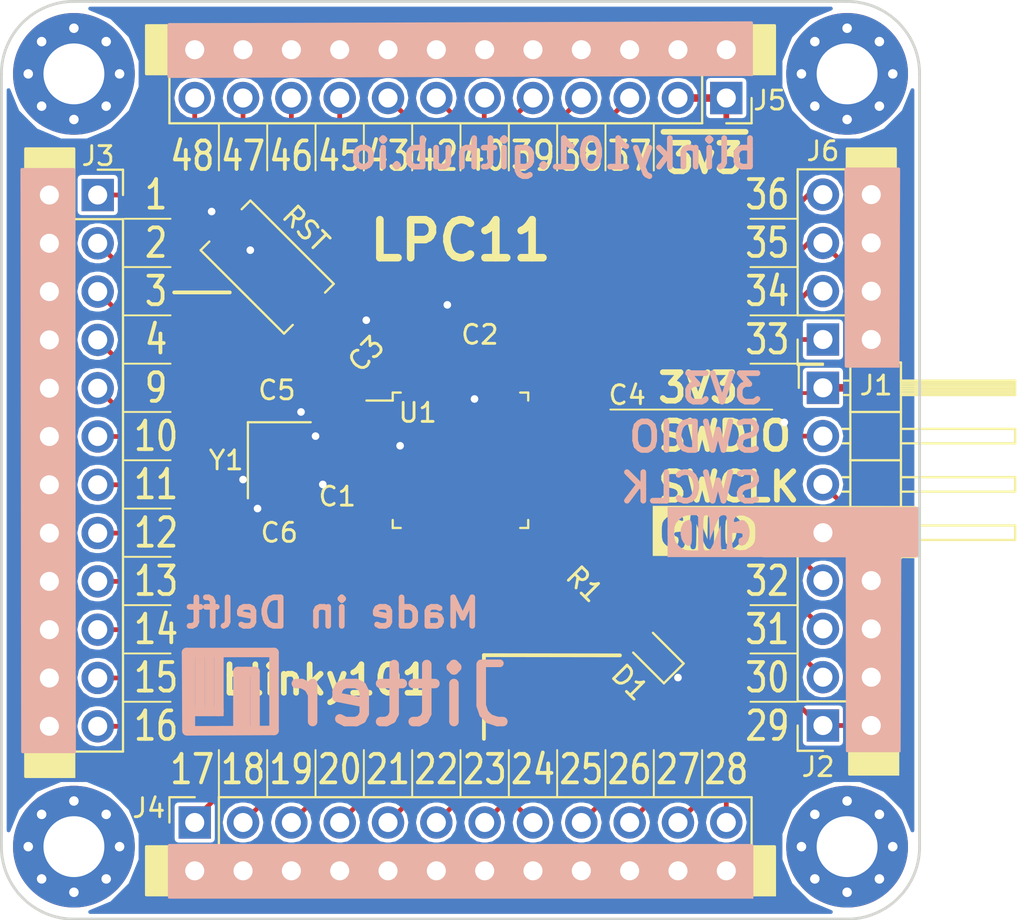
<source format=kicad_pcb>
(kicad_pcb (version 20171130) (host pcbnew "(5.0.2-5-10.14)")

  (general
    (thickness 1.6)
    (drawings 134)
    (tracks 267)
    (zones 0)
    (modules 24)
    (nets 52)
  )

  (page A4)
  (layers
    (0 F.Cu signal)
    (31 B.Cu signal)
    (32 B.Adhes user hide)
    (33 F.Adhes user hide)
    (34 B.Paste user hide)
    (35 F.Paste user hide)
    (36 B.SilkS user)
    (37 F.SilkS user)
    (38 B.Mask user hide)
    (39 F.Mask user)
    (40 Dwgs.User user hide)
    (41 Cmts.User user)
    (42 Eco1.User user hide)
    (43 Eco2.User user hide)
    (44 Edge.Cuts user)
    (45 Margin user hide)
    (46 B.CrtYd user hide)
    (47 F.CrtYd user hide)
    (48 B.Fab user hide)
    (49 F.Fab user hide)
  )

  (setup
    (last_trace_width 0.25)
    (user_trace_width 0.2)
    (user_trace_width 0.25)
    (user_trace_width 0.3)
    (user_trace_width 0.4)
    (trace_clearance 0.2)
    (zone_clearance 0.508)
    (zone_45_only no)
    (trace_min 0.2)
    (segment_width 0.1)
    (edge_width 0.15)
    (via_size 0.8)
    (via_drill 0.4)
    (via_min_size 0.4)
    (via_min_drill 0.3)
    (uvia_size 0.3)
    (uvia_drill 0.1)
    (uvias_allowed no)
    (uvia_min_size 0.2)
    (uvia_min_drill 0.1)
    (pcb_text_width 0.3)
    (pcb_text_size 1.5 1.5)
    (mod_edge_width 0.15)
    (mod_text_size 1 1)
    (mod_text_width 0.15)
    (pad_size 1.524 1.524)
    (pad_drill 0.762)
    (pad_to_mask_clearance 0.04)
    (solder_mask_min_width 0.11)
    (aux_axis_origin 47.94 83.93)
    (grid_origin 47.94 83.93)
    (visible_elements FFFFFF7F)
    (pcbplotparams
      (layerselection 0x010fc_ffffffff)
      (usegerberextensions false)
      (usegerberattributes false)
      (usegerberadvancedattributes false)
      (creategerberjobfile false)
      (excludeedgelayer true)
      (linewidth 0.100000)
      (plotframeref false)
      (viasonmask false)
      (mode 1)
      (useauxorigin false)
      (hpglpennumber 1)
      (hpglpenspeed 20)
      (hpglpendiameter 15.000000)
      (psnegative false)
      (psa4output false)
      (plotreference true)
      (plotvalue false)
      (plotinvisibletext false)
      (padsonsilk false)
      (subtractmaskfromsilk false)
      (outputformat 1)
      (mirror false)
      (drillshape 0)
      (scaleselection 1)
      (outputdirectory "Fabrication/"))
  )

  (net 0 "")
  (net 1 /23)
  (net 2 "Net-(D1-Pad2)")
  (net 3 /1)
  (net 4 /2)
  (net 5 /3)
  (net 6 GND)
  (net 7 "Net-(C5-Pad1)")
  (net 8 "Net-(C6-Pad1)")
  (net 9 +3V3)
  (net 10 /11)
  (net 11 /12)
  (net 12 /13)
  (net 13 /18)
  (net 14 /19)
  (net 15 /20)
  (net 16 /21)
  (net 17 /24)
  (net 18 /25)
  (net 19 /26)
  (net 20 /31)
  (net 21 /36)
  (net 22 /37)
  (net 23 /38)
  (net 24 /43)
  (net 25 /48)
  (net 26 /4)
  (net 27 /9)
  (net 28 /10)
  (net 29 /14)
  (net 30 /15)
  (net 31 /16)
  (net 32 /17)
  (net 33 /22)
  (net 34 /27)
  (net 35 /28)
  (net 36 /30)
  (net 37 /32)
  (net 38 /33)
  (net 39 /34)
  (net 40 /39)
  (net 41 /40)
  (net 42 /42)
  (net 43 /45)
  (net 44 /46)
  (net 45 /47)
  (net 46 "Net-(H1-Pad1)")
  (net 47 "Net-(H2-Pad1)")
  (net 48 "Net-(H3-Pad1)")
  (net 49 "Net-(H4-Pad1)")
  (net 50 /SWCLK_29)
  (net 51 /SWDIO_35)

  (net_class Default "This is the default net class."
    (clearance 0.2)
    (trace_width 0.25)
    (via_dia 0.8)
    (via_drill 0.4)
    (uvia_dia 0.3)
    (uvia_drill 0.1)
    (add_net +3V3)
    (add_net /1)
    (add_net /10)
    (add_net /11)
    (add_net /12)
    (add_net /13)
    (add_net /14)
    (add_net /15)
    (add_net /16)
    (add_net /17)
    (add_net /18)
    (add_net /19)
    (add_net /2)
    (add_net /20)
    (add_net /21)
    (add_net /22)
    (add_net /23)
    (add_net /24)
    (add_net /25)
    (add_net /26)
    (add_net /27)
    (add_net /28)
    (add_net /3)
    (add_net /30)
    (add_net /31)
    (add_net /32)
    (add_net /33)
    (add_net /34)
    (add_net /36)
    (add_net /37)
    (add_net /38)
    (add_net /39)
    (add_net /4)
    (add_net /40)
    (add_net /42)
    (add_net /43)
    (add_net /45)
    (add_net /46)
    (add_net /47)
    (add_net /48)
    (add_net /9)
    (add_net /SWCLK_29)
    (add_net /SWDIO_35)
    (add_net GND)
    (add_net "Net-(C5-Pad1)")
    (add_net "Net-(C6-Pad1)")
    (add_net "Net-(D1-Pad2)")
    (add_net "Net-(H1-Pad1)")
    (add_net "Net-(H2-Pad1)")
    (add_net "Net-(H3-Pad1)")
    (add_net "Net-(H4-Pad1)")
  )

  (module Logo:GND (layer B.Cu) (tedit 0) (tstamp 5C8D56DB)
    (at 85.496571 63.533 180)
    (fp_text reference G*** (at 0 0 180) (layer B.SilkS) hide
      (effects (font (size 1.524 1.524) (thickness 0.3)) (justify mirror))
    )
    (fp_text value LOGO (at 0.75 0 180) (layer B.SilkS) hide
      (effects (font (size 1.524 1.524) (thickness 0.3)) (justify mirror))
    )
    (fp_poly (pts (xy 2.54 -1.354666) (xy -2.54 -1.354666) (xy -2.54 -0.084666) (xy -2.074334 -0.084666)
      (xy -2.065798 -0.38624) (xy -2.027628 -0.576496) (xy -1.940979 -0.713103) (xy -1.836779 -0.811664)
      (xy -1.56761 -0.975967) (xy -1.26765 -1.006866) (xy -1.037167 -0.962635) (xy -0.920931 -0.908111)
      (xy -0.864249 -0.793857) (xy -0.847116 -0.5711) (xy -0.846667 -0.498125) (xy -0.846667 -0.084666)
      (xy -0.592667 -0.084666) (xy -0.590719 -0.492254) (xy -0.581325 -0.759794) (xy -0.559163 -0.916559)
      (xy -0.518911 -0.991822) (xy -0.455248 -1.014853) (xy -0.423334 -1.016) (xy -0.337727 -1.001115)
      (xy -0.286472 -0.933437) (xy -0.260379 -0.778431) (xy -0.250256 -0.501563) (xy -0.248706 -0.359833)
      (xy -0.243411 0.296334) (xy 0.012447 -0.359833) (xy 0.146482 -0.687414) (xy 0.24894 -0.885209)
      (xy 0.341531 -0.984159) (xy 0.445966 -1.015208) (xy 0.472819 -1.016) (xy 0.56211 -1.010808)
      (xy 0.62069 -0.975584) (xy 0.655031 -0.880849) (xy 0.671606 -0.697128) (xy 0.676888 -0.394943)
      (xy 0.677333 -0.084666) (xy 0.675384 0.322922) (xy 0.66599 0.590462) (xy 0.643829 0.747227)
      (xy 0.603577 0.822489) (xy 0.539913 0.845521) (xy 0.508 0.846667) (xy 0.931333 0.846667)
      (xy 0.931333 -1.016) (xy 1.318846 -1.016) (xy 1.604174 -0.991068) (xy 1.812142 -0.893529)
      (xy 1.953846 -0.768512) (xy 2.108351 -0.584705) (xy 2.181652 -0.391161) (xy 2.20126 -0.111863)
      (xy 2.201333 -0.084666) (xy 2.184714 0.20437) (xy 2.116516 0.401809) (xy 1.969229 0.583667)
      (xy 1.953846 0.59918) (xy 1.748504 0.765484) (xy 1.525253 0.836009) (xy 1.318846 0.846667)
      (xy 0.931333 0.846667) (xy 0.508 0.846667) (xy 0.422392 0.831782) (xy 0.371138 0.764104)
      (xy 0.345044 0.609099) (xy 0.334921 0.332231) (xy 0.333371 0.1905) (xy 0.328077 -0.465666)
      (xy 0.072218 0.1905) (xy -0.061816 0.518082) (xy -0.164274 0.715876) (xy -0.256866 0.814826)
      (xy -0.361301 0.845876) (xy -0.388154 0.846667) (xy -0.477445 0.841476) (xy -0.536024 0.806251)
      (xy -0.570365 0.711517) (xy -0.58694 0.527796) (xy -0.592223 0.225611) (xy -0.592667 -0.084666)
      (xy -0.846667 -0.084666) (xy -1.143 -0.084666) (xy -1.362174 -0.112206) (xy -1.438798 -0.2001)
      (xy -1.439334 -0.211666) (xy -1.371561 -0.323915) (xy -1.312334 -0.338666) (xy -1.210191 -0.412267)
      (xy -1.185334 -0.550333) (xy -1.225913 -0.717253) (xy -1.349866 -0.762) (xy -1.544138 -0.687786)
      (xy -1.684912 -0.495693) (xy -1.761999 -0.231543) (xy -1.765211 0.058843) (xy -1.684359 0.329643)
      (xy -1.616048 0.435121) (xy -1.48632 0.566083) (xy -1.354411 0.586604) (xy -1.187534 0.534566)
      (xy -1.008886 0.475941) (xy -0.943098 0.498223) (xy -0.946952 0.616644) (xy -0.947319 0.619233)
      (xy -1.04091 0.771322) (xy -1.234869 0.83955) (xy -1.481619 0.822433) (xy -1.733581 0.718483)
      (xy -1.831529 0.646848) (xy -1.967992 0.511436) (xy -2.041065 0.366852) (xy -2.070006 0.155079)
      (xy -2.074334 -0.084666) (xy -2.54 -0.084666) (xy -2.54 1.27) (xy 2.54 1.27)
      (xy 2.54 -1.354666)) (layer B.SilkS) (width 0.01))
    (fp_poly (pts (xy 1.603989 0.527805) (xy 1.730865 0.404495) (xy 1.838487 0.148992) (xy 1.857125 -0.141048)
      (xy 1.798559 -0.419256) (xy 1.674569 -0.639261) (xy 1.496935 -0.754693) (xy 1.434532 -0.762)
      (xy 1.352447 -0.74667) (xy 1.303242 -0.678073) (xy 1.278678 -0.522295) (xy 1.270517 -0.245422)
      (xy 1.27 -0.084666) (xy 1.273723 0.253253) (xy 1.290386 0.455817) (xy 1.328227 0.55694)
      (xy 1.395482 0.590536) (xy 1.434532 0.592667) (xy 1.603989 0.527805)) (layer B.SilkS) (width 0.01))
  )

  (module MountingHole:MountingHole_3.2mm_M3_Pad_Via (layer F.Cu) (tedit 5C812B8E) (tstamp 5C823B87)
    (at 51.75 80.12)
    (descr "Mounting Hole 3.2mm, M3")
    (tags "mounting hole 3.2mm m3")
    (path /5C89A29E)
    (attr virtual)
    (fp_text reference H4 (at 0 -4.2) (layer F.SilkS) hide
      (effects (font (size 1 1) (thickness 0.15)))
    )
    (fp_text value MountingHole_Pad (at 0 4.2) (layer F.Fab)
      (effects (font (size 1 1) (thickness 0.15)))
    )
    (fp_circle (center 0 0) (end 3.45 0) (layer F.CrtYd) (width 0.05))
    (fp_circle (center 0 0) (end 3.2 0) (layer Cmts.User) (width 0.15))
    (fp_text user %R (at 0.3 0) (layer F.Fab)
      (effects (font (size 1 1) (thickness 0.15)))
    )
    (pad 1 thru_hole circle (at 1.697056 -1.697056) (size 0.8 0.8) (drill 0.5) (layers *.Cu *.Mask)
      (net 49 "Net-(H4-Pad1)"))
    (pad 1 thru_hole circle (at 0 -2.4) (size 0.8 0.8) (drill 0.5) (layers *.Cu *.Mask)
      (net 49 "Net-(H4-Pad1)"))
    (pad 1 thru_hole circle (at -1.697056 -1.697056) (size 0.8 0.8) (drill 0.5) (layers *.Cu *.Mask)
      (net 49 "Net-(H4-Pad1)"))
    (pad 1 thru_hole circle (at -2.4 0) (size 0.8 0.8) (drill 0.5) (layers *.Cu *.Mask)
      (net 49 "Net-(H4-Pad1)"))
    (pad 1 thru_hole circle (at -1.697056 1.697056) (size 0.8 0.8) (drill 0.5) (layers *.Cu *.Mask)
      (net 49 "Net-(H4-Pad1)"))
    (pad 1 thru_hole circle (at 0 2.4) (size 0.8 0.8) (drill 0.5) (layers *.Cu *.Mask)
      (net 49 "Net-(H4-Pad1)"))
    (pad 1 thru_hole circle (at 1.697056 1.697056) (size 0.8 0.8) (drill 0.5) (layers *.Cu *.Mask)
      (net 49 "Net-(H4-Pad1)"))
    (pad 1 thru_hole circle (at 2.4 0) (size 0.8 0.8) (drill 0.5) (layers *.Cu *.Mask)
      (net 49 "Net-(H4-Pad1)"))
    (pad 1 thru_hole circle (at 0 0) (size 6.4 6.4) (drill 3.2) (layers *.Cu *.Mask)
      (net 49 "Net-(H4-Pad1)"))
  )

  (module MountingHole:MountingHole_3.2mm_M3_Pad_Via (layer F.Cu) (tedit 5C812B9A) (tstamp 5C823B77)
    (at 92.39 80.12)
    (descr "Mounting Hole 3.2mm, M3")
    (tags "mounting hole 3.2mm m3")
    (path /5C89A22F)
    (attr virtual)
    (fp_text reference H3 (at 0 -4.2) (layer F.SilkS) hide
      (effects (font (size 1 1) (thickness 0.15)))
    )
    (fp_text value MountingHole_Pad (at 0 4.2) (layer F.Fab)
      (effects (font (size 1 1) (thickness 0.15)))
    )
    (fp_text user %R (at 0.3 0) (layer F.Fab)
      (effects (font (size 1 1) (thickness 0.15)))
    )
    (fp_circle (center 0 0) (end 3.2 0) (layer Cmts.User) (width 0.15))
    (fp_circle (center 0 0) (end 3.45 0) (layer F.CrtYd) (width 0.05))
    (pad 1 thru_hole circle (at 0 0) (size 6.4 6.4) (drill 3.2) (layers *.Cu *.Mask)
      (net 48 "Net-(H3-Pad1)"))
    (pad 1 thru_hole circle (at 2.4 0) (size 0.8 0.8) (drill 0.5) (layers *.Cu *.Mask)
      (net 48 "Net-(H3-Pad1)"))
    (pad 1 thru_hole circle (at 1.697056 1.697056) (size 0.8 0.8) (drill 0.5) (layers *.Cu *.Mask)
      (net 48 "Net-(H3-Pad1)"))
    (pad 1 thru_hole circle (at 0 2.4) (size 0.8 0.8) (drill 0.5) (layers *.Cu *.Mask)
      (net 48 "Net-(H3-Pad1)"))
    (pad 1 thru_hole circle (at -1.697056 1.697056) (size 0.8 0.8) (drill 0.5) (layers *.Cu *.Mask)
      (net 48 "Net-(H3-Pad1)"))
    (pad 1 thru_hole circle (at -2.4 0) (size 0.8 0.8) (drill 0.5) (layers *.Cu *.Mask)
      (net 48 "Net-(H3-Pad1)"))
    (pad 1 thru_hole circle (at -1.697056 -1.697056) (size 0.8 0.8) (drill 0.5) (layers *.Cu *.Mask)
      (net 48 "Net-(H3-Pad1)"))
    (pad 1 thru_hole circle (at 0 -2.4) (size 0.8 0.8) (drill 0.5) (layers *.Cu *.Mask)
      (net 48 "Net-(H3-Pad1)"))
    (pad 1 thru_hole circle (at 1.697056 -1.697056) (size 0.8 0.8) (drill 0.5) (layers *.Cu *.Mask)
      (net 48 "Net-(H3-Pad1)"))
  )

  (module MountingHole:MountingHole_3.2mm_M3_Pad_Via (layer F.Cu) (tedit 5C812B84) (tstamp 5C823B67)
    (at 51.75 39.48)
    (descr "Mounting Hole 3.2mm, M3")
    (tags "mounting hole 3.2mm m3")
    (path /5C89A1F6)
    (attr virtual)
    (fp_text reference H2 (at 0 -4.2) (layer F.SilkS) hide
      (effects (font (size 1 1) (thickness 0.15)))
    )
    (fp_text value MountingHole_Pad (at 0 4.2) (layer F.Fab)
      (effects (font (size 1 1) (thickness 0.15)))
    )
    (fp_circle (center 0 0) (end 3.45 0) (layer F.CrtYd) (width 0.05))
    (fp_circle (center 0 0) (end 3.2 0) (layer Cmts.User) (width 0.15))
    (fp_text user %R (at 0.3 0) (layer F.Fab)
      (effects (font (size 1 1) (thickness 0.15)))
    )
    (pad 1 thru_hole circle (at 1.697056 -1.697056) (size 0.8 0.8) (drill 0.5) (layers *.Cu *.Mask)
      (net 47 "Net-(H2-Pad1)"))
    (pad 1 thru_hole circle (at 0 -2.4) (size 0.8 0.8) (drill 0.5) (layers *.Cu *.Mask)
      (net 47 "Net-(H2-Pad1)"))
    (pad 1 thru_hole circle (at -1.697056 -1.697056) (size 0.8 0.8) (drill 0.5) (layers *.Cu *.Mask)
      (net 47 "Net-(H2-Pad1)"))
    (pad 1 thru_hole circle (at -2.4 0) (size 0.8 0.8) (drill 0.5) (layers *.Cu *.Mask)
      (net 47 "Net-(H2-Pad1)"))
    (pad 1 thru_hole circle (at -1.697056 1.697056) (size 0.8 0.8) (drill 0.5) (layers *.Cu *.Mask)
      (net 47 "Net-(H2-Pad1)"))
    (pad 1 thru_hole circle (at 0 2.4) (size 0.8 0.8) (drill 0.5) (layers *.Cu *.Mask)
      (net 47 "Net-(H2-Pad1)"))
    (pad 1 thru_hole circle (at 1.697056 1.697056) (size 0.8 0.8) (drill 0.5) (layers *.Cu *.Mask)
      (net 47 "Net-(H2-Pad1)"))
    (pad 1 thru_hole circle (at 2.4 0) (size 0.8 0.8) (drill 0.5) (layers *.Cu *.Mask)
      (net 47 "Net-(H2-Pad1)"))
    (pad 1 thru_hole circle (at 0 0) (size 6.4 6.4) (drill 3.2) (layers *.Cu *.Mask)
      (net 47 "Net-(H2-Pad1)"))
  )

  (module MountingHole:MountingHole_3.2mm_M3_Pad_Via (layer F.Cu) (tedit 5C812B7E) (tstamp 5C823B57)
    (at 92.39 39.48)
    (descr "Mounting Hole 3.2mm, M3")
    (tags "mounting hole 3.2mm m3")
    (path /5C89A02A)
    (attr virtual)
    (fp_text reference H1 (at 0 -4.2) (layer F.SilkS) hide
      (effects (font (size 1 1) (thickness 0.15)))
    )
    (fp_text value MountingHole_Pad (at 0 4.2) (layer F.Fab)
      (effects (font (size 1 1) (thickness 0.15)))
    )
    (fp_text user %R (at 0.3 0) (layer F.Fab)
      (effects (font (size 1 1) (thickness 0.15)))
    )
    (fp_circle (center 0 0) (end 3.2 0) (layer Cmts.User) (width 0.15))
    (fp_circle (center 0 0) (end 3.45 0) (layer F.CrtYd) (width 0.05))
    (pad 1 thru_hole circle (at 0 0) (size 6.4 6.4) (drill 3.2) (layers *.Cu *.Mask)
      (net 46 "Net-(H1-Pad1)"))
    (pad 1 thru_hole circle (at 2.4 0) (size 0.8 0.8) (drill 0.5) (layers *.Cu *.Mask)
      (net 46 "Net-(H1-Pad1)"))
    (pad 1 thru_hole circle (at 1.697056 1.697056) (size 0.8 0.8) (drill 0.5) (layers *.Cu *.Mask)
      (net 46 "Net-(H1-Pad1)"))
    (pad 1 thru_hole circle (at 0 2.4) (size 0.8 0.8) (drill 0.5) (layers *.Cu *.Mask)
      (net 46 "Net-(H1-Pad1)"))
    (pad 1 thru_hole circle (at -1.697056 1.697056) (size 0.8 0.8) (drill 0.5) (layers *.Cu *.Mask)
      (net 46 "Net-(H1-Pad1)"))
    (pad 1 thru_hole circle (at -2.4 0) (size 0.8 0.8) (drill 0.5) (layers *.Cu *.Mask)
      (net 46 "Net-(H1-Pad1)"))
    (pad 1 thru_hole circle (at -1.697056 -1.697056) (size 0.8 0.8) (drill 0.5) (layers *.Cu *.Mask)
      (net 46 "Net-(H1-Pad1)"))
    (pad 1 thru_hole circle (at 0 -2.4) (size 0.8 0.8) (drill 0.5) (layers *.Cu *.Mask)
      (net 46 "Net-(H1-Pad1)"))
    (pad 1 thru_hole circle (at 1.697056 -1.697056) (size 0.8 0.8) (drill 0.5) (layers *.Cu *.Mask)
      (net 46 "Net-(H1-Pad1)"))
  )

  (module Button_Switch_SMD:SW_SPST_EVQPE1 (layer F.Cu) (tedit 5C814832) (tstamp 5C8280A2)
    (at 61.91 49.64 135)
    (descr "Light Touch Switch, https://industrial.panasonic.com/cdbs/www-data/pdf/ATK0000/ATK0000CE7.pdf")
    (path /5B919F65)
    (attr smd)
    (fp_text reference RST (at 0 2.873682 135) (layer F.SilkS)
      (effects (font (size 1 1) (thickness 0.15)))
    )
    (fp_text value SW_Push (at 0 3 135) (layer F.Fab)
      (effects (font (size 1 1) (thickness 0.15)))
    )
    (fp_text user %R (at 0 -2.65 135) (layer F.Fab)
      (effects (font (size 1 1) (thickness 0.15)))
    )
    (fp_line (start 3 -1.75) (end 3 1.75) (layer F.Fab) (width 0.1))
    (fp_line (start 3 1.75) (end -3 1.75) (layer F.Fab) (width 0.1))
    (fp_line (start -3 1.75) (end -3 -1.75) (layer F.Fab) (width 0.1))
    (fp_line (start -3 -1.75) (end 3 -1.75) (layer F.Fab) (width 0.1))
    (fp_line (start -1.4 -0.7) (end 1.4 -0.7) (layer F.Fab) (width 0.1))
    (fp_line (start 1.4 -0.7) (end 1.4 0.7) (layer F.Fab) (width 0.1))
    (fp_line (start 1.4 0.7) (end -1.4 0.7) (layer F.Fab) (width 0.1))
    (fp_line (start -1.4 0.7) (end -1.4 -0.7) (layer F.Fab) (width 0.1))
    (fp_line (start -3.95 -2) (end 3.95 -2) (layer F.CrtYd) (width 0.05))
    (fp_line (start 3.95 -2) (end 3.95 2) (layer F.CrtYd) (width 0.05))
    (fp_line (start 3.95 2) (end -3.95 2) (layer F.CrtYd) (width 0.05))
    (fp_line (start -3.95 2) (end -3.95 -2) (layer F.CrtYd) (width 0.05))
    (fp_line (start 3.1 -1.850001) (end 3.1 -1.2) (layer F.SilkS) (width 0.12))
    (fp_line (start 3.1 1.850001) (end 3.1 1.2) (layer F.SilkS) (width 0.12))
    (fp_line (start -3.1 1.2) (end -3.1 1.850001) (layer F.SilkS) (width 0.12))
    (fp_line (start -3.1 -1.850001) (end -3.1 -1.2) (layer F.SilkS) (width 0.12))
    (fp_line (start 3.1 -1.850001) (end -3.1 -1.850001) (layer F.SilkS) (width 0.12))
    (fp_line (start -3.1 1.850001) (end 3.1 1.850001) (layer F.SilkS) (width 0.12))
    (pad 2 smd rect (at 2.7 0 135) (size 2 1.6) (layers F.Cu F.Paste F.Mask)
      (net 6 GND))
    (pad 1 smd rect (at -2.7 0 135) (size 2 1.6) (layers F.Cu F.Paste F.Mask)
      (net 5 /3))
    (model ${KISYS3DMOD}/Button_Switch_SMD.3dshapes/SW_SPST_EVQPE1.wrl
      (at (xyz 0 0 0))
      (scale (xyz 1 1 1))
      (rotate (xyz 0 0 0))
    )
  )

  (module Capacitor_SMD:C_0402_1005Metric (layer F.Cu) (tedit 5B301BBE) (tstamp 5C811C4E)
    (at 62.545 62.34 180)
    (descr "Capacitor SMD 0402 (1005 Metric), square (rectangular) end terminal, IPC_7351 nominal, (Body size source: http://www.tortai-tech.com/upload/download/2011102023233369053.pdf), generated with kicad-footprint-generator")
    (tags capacitor)
    (path /5C8127F5)
    (attr smd)
    (fp_text reference C6 (at 0 -1.27 180) (layer F.SilkS)
      (effects (font (size 1 1) (thickness 0.15)))
    )
    (fp_text value 18pF (at 0 1.17 180) (layer F.Fab)
      (effects (font (size 1 1) (thickness 0.15)))
    )
    (fp_text user %R (at 0 0 180) (layer F.Fab)
      (effects (font (size 0.25 0.25) (thickness 0.04)))
    )
    (fp_line (start 0.93 0.47) (end -0.93 0.47) (layer F.CrtYd) (width 0.05))
    (fp_line (start 0.93 -0.47) (end 0.93 0.47) (layer F.CrtYd) (width 0.05))
    (fp_line (start -0.93 -0.47) (end 0.93 -0.47) (layer F.CrtYd) (width 0.05))
    (fp_line (start -0.93 0.47) (end -0.93 -0.47) (layer F.CrtYd) (width 0.05))
    (fp_line (start 0.5 0.25) (end -0.5 0.25) (layer F.Fab) (width 0.1))
    (fp_line (start 0.5 -0.25) (end 0.5 0.25) (layer F.Fab) (width 0.1))
    (fp_line (start -0.5 -0.25) (end 0.5 -0.25) (layer F.Fab) (width 0.1))
    (fp_line (start -0.5 0.25) (end -0.5 -0.25) (layer F.Fab) (width 0.1))
    (pad 2 smd roundrect (at 0.485 0 180) (size 0.59 0.64) (layers F.Cu F.Paste F.Mask) (roundrect_rratio 0.25)
      (net 6 GND))
    (pad 1 smd roundrect (at -0.485 0 180) (size 0.59 0.64) (layers F.Cu F.Paste F.Mask) (roundrect_rratio 0.25)
      (net 8 "Net-(C6-Pad1)"))
    (model ${KISYS3DMOD}/Capacitor_SMD.3dshapes/C_0402_1005Metric.wrl
      (at (xyz 0 0 0))
      (scale (xyz 1 1 1))
      (rotate (xyz 0 0 0))
    )
  )

  (module Capacitor_SMD:C_0402_1005Metric (layer F.Cu) (tedit 5B301BBE) (tstamp 5C811C3F)
    (at 62.545 57.26)
    (descr "Capacitor SMD 0402 (1005 Metric), square (rectangular) end terminal, IPC_7351 nominal, (Body size source: http://www.tortai-tech.com/upload/download/2011102023233369053.pdf), generated with kicad-footprint-generator")
    (tags capacitor)
    (path /5C812E42)
    (attr smd)
    (fp_text reference C5 (at -0.127 -1.143) (layer F.SilkS)
      (effects (font (size 1 1) (thickness 0.15)))
    )
    (fp_text value 18pF (at 0 1.17) (layer F.Fab)
      (effects (font (size 1 1) (thickness 0.15)))
    )
    (fp_line (start -0.5 0.25) (end -0.5 -0.25) (layer F.Fab) (width 0.1))
    (fp_line (start -0.5 -0.25) (end 0.5 -0.25) (layer F.Fab) (width 0.1))
    (fp_line (start 0.5 -0.25) (end 0.5 0.25) (layer F.Fab) (width 0.1))
    (fp_line (start 0.5 0.25) (end -0.5 0.25) (layer F.Fab) (width 0.1))
    (fp_line (start -0.93 0.47) (end -0.93 -0.47) (layer F.CrtYd) (width 0.05))
    (fp_line (start -0.93 -0.47) (end 0.93 -0.47) (layer F.CrtYd) (width 0.05))
    (fp_line (start 0.93 -0.47) (end 0.93 0.47) (layer F.CrtYd) (width 0.05))
    (fp_line (start 0.93 0.47) (end -0.93 0.47) (layer F.CrtYd) (width 0.05))
    (fp_text user %R (at 0 0) (layer F.Fab)
      (effects (font (size 0.25 0.25) (thickness 0.04)))
    )
    (pad 1 smd roundrect (at -0.485 0) (size 0.59 0.64) (layers F.Cu F.Paste F.Mask) (roundrect_rratio 0.25)
      (net 7 "Net-(C5-Pad1)"))
    (pad 2 smd roundrect (at 0.485 0) (size 0.59 0.64) (layers F.Cu F.Paste F.Mask) (roundrect_rratio 0.25)
      (net 6 GND))
    (model ${KISYS3DMOD}/Capacitor_SMD.3dshapes/C_0402_1005Metric.wrl
      (at (xyz 0 0 0))
      (scale (xyz 1 1 1))
      (rotate (xyz 0 0 0))
    )
  )

  (module Capacitor_SMD:C_0402_1005Metric (layer F.Cu) (tedit 5B301BBE) (tstamp 5C811C30)
    (at 89.088 56.752 270)
    (descr "Capacitor SMD 0402 (1005 Metric), square (rectangular) end terminal, IPC_7351 nominal, (Body size source: http://www.tortai-tech.com/upload/download/2011102023233369053.pdf), generated with kicad-footprint-generator")
    (tags capacitor)
    (path /5B9276E8)
    (attr smd)
    (fp_text reference C4 (at -0.381 8.255) (layer F.SilkS)
      (effects (font (size 1 1) (thickness 0.15)))
    )
    (fp_text value 100nF (at 0 1.17 270) (layer F.Fab)
      (effects (font (size 1 1) (thickness 0.15)))
    )
    (fp_text user %R (at 0 0 270) (layer F.Fab)
      (effects (font (size 0.25 0.25) (thickness 0.04)))
    )
    (fp_line (start 0.93 0.47) (end -0.93 0.47) (layer F.CrtYd) (width 0.05))
    (fp_line (start 0.93 -0.47) (end 0.93 0.47) (layer F.CrtYd) (width 0.05))
    (fp_line (start -0.93 -0.47) (end 0.93 -0.47) (layer F.CrtYd) (width 0.05))
    (fp_line (start -0.93 0.47) (end -0.93 -0.47) (layer F.CrtYd) (width 0.05))
    (fp_line (start 0.5 0.25) (end -0.5 0.25) (layer F.Fab) (width 0.1))
    (fp_line (start 0.5 -0.25) (end 0.5 0.25) (layer F.Fab) (width 0.1))
    (fp_line (start -0.5 -0.25) (end 0.5 -0.25) (layer F.Fab) (width 0.1))
    (fp_line (start -0.5 0.25) (end -0.5 -0.25) (layer F.Fab) (width 0.1))
    (pad 2 smd roundrect (at 0.485 0 270) (size 0.59 0.64) (layers F.Cu F.Paste F.Mask) (roundrect_rratio 0.25)
      (net 6 GND))
    (pad 1 smd roundrect (at -0.485 0 270) (size 0.59 0.64) (layers F.Cu F.Paste F.Mask) (roundrect_rratio 0.25)
      (net 9 +3V3))
    (model ${KISYS3DMOD}/Capacitor_SMD.3dshapes/C_0402_1005Metric.wrl
      (at (xyz 0 0 0))
      (scale (xyz 1 1 1))
      (rotate (xyz 0 0 0))
    )
  )

  (module Capacitor_SMD:C_0402_1005Metric (layer F.Cu) (tedit 5B301BBE) (tstamp 5C811C21)
    (at 66.228 53.196 45)
    (descr "Capacitor SMD 0402 (1005 Metric), square (rectangular) end terminal, IPC_7351 nominal, (Body size source: http://www.tortai-tech.com/upload/download/2011102023233369053.pdf), generated with kicad-footprint-generator")
    (tags capacitor)
    (path /5B91ADDB)
    (attr smd)
    (fp_text reference C3 (at -0.089803 1.347038 45) (layer F.SilkS)
      (effects (font (size 1 1) (thickness 0.15)))
    )
    (fp_text value 18pF (at 0 1.17 45) (layer F.Fab)
      (effects (font (size 1 1) (thickness 0.15)))
    )
    (fp_line (start -0.5 0.25) (end -0.5 -0.25) (layer F.Fab) (width 0.1))
    (fp_line (start -0.5 -0.25) (end 0.5 -0.25) (layer F.Fab) (width 0.1))
    (fp_line (start 0.5 -0.25) (end 0.5 0.25) (layer F.Fab) (width 0.1))
    (fp_line (start 0.5 0.25) (end -0.5 0.25) (layer F.Fab) (width 0.1))
    (fp_line (start -0.93 0.47) (end -0.93 -0.47) (layer F.CrtYd) (width 0.05))
    (fp_line (start -0.93 -0.47) (end 0.93 -0.47) (layer F.CrtYd) (width 0.05))
    (fp_line (start 0.93 -0.47) (end 0.93 0.47) (layer F.CrtYd) (width 0.05))
    (fp_line (start 0.93 0.47) (end -0.93 0.47) (layer F.CrtYd) (width 0.05))
    (fp_text user %R (at 0 0 45) (layer F.Fab)
      (effects (font (size 0.25 0.25) (thickness 0.04)))
    )
    (pad 1 smd roundrect (at -0.485 0 45) (size 0.59 0.64) (layers F.Cu F.Paste F.Mask) (roundrect_rratio 0.25)
      (net 5 /3))
    (pad 2 smd roundrect (at 0.485 0 45) (size 0.59 0.64) (layers F.Cu F.Paste F.Mask) (roundrect_rratio 0.25)
      (net 6 GND))
    (model ${KISYS3DMOD}/Capacitor_SMD.3dshapes/C_0402_1005Metric.wrl
      (at (xyz 0 0 0))
      (scale (xyz 1 1 1))
      (rotate (xyz 0 0 0))
    )
  )

  (module Capacitor_SMD:C_0402_1005Metric (layer F.Cu) (tedit 5B301BBE) (tstamp 5C811C12)
    (at 71.562 53.196 90)
    (descr "Capacitor SMD 0402 (1005 Metric), square (rectangular) end terminal, IPC_7351 nominal, (Body size source: http://www.tortai-tech.com/upload/download/2011102023233369053.pdf), generated with kicad-footprint-generator")
    (tags capacitor)
    (path /5B895B86)
    (attr smd)
    (fp_text reference C2 (at 0 1.524 180) (layer F.SilkS)
      (effects (font (size 1 1) (thickness 0.15)))
    )
    (fp_text value 100nF (at 0 1.17 90) (layer F.Fab)
      (effects (font (size 1 1) (thickness 0.15)))
    )
    (fp_text user %R (at 0 0 90) (layer F.Fab)
      (effects (font (size 0.25 0.25) (thickness 0.04)))
    )
    (fp_line (start 0.93 0.47) (end -0.93 0.47) (layer F.CrtYd) (width 0.05))
    (fp_line (start 0.93 -0.47) (end 0.93 0.47) (layer F.CrtYd) (width 0.05))
    (fp_line (start -0.93 -0.47) (end 0.93 -0.47) (layer F.CrtYd) (width 0.05))
    (fp_line (start -0.93 0.47) (end -0.93 -0.47) (layer F.CrtYd) (width 0.05))
    (fp_line (start 0.5 0.25) (end -0.5 0.25) (layer F.Fab) (width 0.1))
    (fp_line (start 0.5 -0.25) (end 0.5 0.25) (layer F.Fab) (width 0.1))
    (fp_line (start -0.5 -0.25) (end 0.5 -0.25) (layer F.Fab) (width 0.1))
    (fp_line (start -0.5 0.25) (end -0.5 -0.25) (layer F.Fab) (width 0.1))
    (pad 2 smd roundrect (at 0.485 0 90) (size 0.59 0.64) (layers F.Cu F.Paste F.Mask) (roundrect_rratio 0.25)
      (net 6 GND))
    (pad 1 smd roundrect (at -0.485 0 90) (size 0.59 0.64) (layers F.Cu F.Paste F.Mask) (roundrect_rratio 0.25)
      (net 9 +3V3))
    (model ${KISYS3DMOD}/Capacitor_SMD.3dshapes/C_0402_1005Metric.wrl
      (at (xyz 0 0 0))
      (scale (xyz 1 1 1))
      (rotate (xyz 0 0 0))
    )
  )

  (module Capacitor_SMD:C_0402_1005Metric (layer F.Cu) (tedit 5B301BBE) (tstamp 5C811C03)
    (at 65.593 60.435 180)
    (descr "Capacitor SMD 0402 (1005 Metric), square (rectangular) end terminal, IPC_7351 nominal, (Body size source: http://www.tortai-tech.com/upload/download/2011102023233369053.pdf), generated with kicad-footprint-generator")
    (tags capacitor)
    (path /5B895B15)
    (attr smd)
    (fp_text reference C1 (at 0 -1.27 180) (layer F.SilkS)
      (effects (font (size 1 1) (thickness 0.15)))
    )
    (fp_text value 100nF (at 0 1.17 180) (layer F.Fab)
      (effects (font (size 1 1) (thickness 0.15)))
    )
    (fp_line (start -0.5 0.25) (end -0.5 -0.25) (layer F.Fab) (width 0.1))
    (fp_line (start -0.5 -0.25) (end 0.5 -0.25) (layer F.Fab) (width 0.1))
    (fp_line (start 0.5 -0.25) (end 0.5 0.25) (layer F.Fab) (width 0.1))
    (fp_line (start 0.5 0.25) (end -0.5 0.25) (layer F.Fab) (width 0.1))
    (fp_line (start -0.93 0.47) (end -0.93 -0.47) (layer F.CrtYd) (width 0.05))
    (fp_line (start -0.93 -0.47) (end 0.93 -0.47) (layer F.CrtYd) (width 0.05))
    (fp_line (start 0.93 -0.47) (end 0.93 0.47) (layer F.CrtYd) (width 0.05))
    (fp_line (start 0.93 0.47) (end -0.93 0.47) (layer F.CrtYd) (width 0.05))
    (fp_text user %R (at 0 0 180) (layer F.Fab)
      (effects (font (size 0.25 0.25) (thickness 0.04)))
    )
    (pad 1 smd roundrect (at -0.485 0 180) (size 0.59 0.64) (layers F.Cu F.Paste F.Mask) (roundrect_rratio 0.25)
      (net 9 +3V3))
    (pad 2 smd roundrect (at 0.485 0 180) (size 0.59 0.64) (layers F.Cu F.Paste F.Mask) (roundrect_rratio 0.25)
      (net 6 GND))
    (model ${KISYS3DMOD}/Capacitor_SMD.3dshapes/C_0402_1005Metric.wrl
      (at (xyz 0 0 0))
      (scale (xyz 1 1 1))
      (rotate (xyz 0 0 0))
    )
  )

  (module Connector_PinHeader_2.54mm:PinHeader_1x04_P2.54mm_Horizontal (layer F.Cu) (tedit 59FED5CB) (tstamp 5C81DD84)
    (at 91.12 55.99)
    (descr "Through hole angled pin header, 1x04, 2.54mm pitch, 6mm pin length, single row")
    (tags "Through hole angled pin header THT 1x04 2.54mm single row")
    (path /5B917A3C)
    (fp_text reference J1 (at 2.794 -0.127) (layer F.SilkS)
      (effects (font (size 1 1) (thickness 0.15)))
    )
    (fp_text value Conn_01x04_Male (at 4.385 9.89) (layer F.Fab)
      (effects (font (size 1 1) (thickness 0.15)))
    )
    (fp_line (start 2.135 -1.27) (end 4.04 -1.27) (layer F.Fab) (width 0.1))
    (fp_line (start 4.04 -1.27) (end 4.04 8.89) (layer F.Fab) (width 0.1))
    (fp_line (start 4.04 8.89) (end 1.5 8.89) (layer F.Fab) (width 0.1))
    (fp_line (start 1.5 8.89) (end 1.5 -0.635) (layer F.Fab) (width 0.1))
    (fp_line (start 1.5 -0.635) (end 2.135 -1.27) (layer F.Fab) (width 0.1))
    (fp_line (start -0.32 -0.32) (end 1.5 -0.32) (layer F.Fab) (width 0.1))
    (fp_line (start -0.32 -0.32) (end -0.32 0.32) (layer F.Fab) (width 0.1))
    (fp_line (start -0.32 0.32) (end 1.5 0.32) (layer F.Fab) (width 0.1))
    (fp_line (start 4.04 -0.32) (end 10.04 -0.32) (layer F.Fab) (width 0.1))
    (fp_line (start 10.04 -0.32) (end 10.04 0.32) (layer F.Fab) (width 0.1))
    (fp_line (start 4.04 0.32) (end 10.04 0.32) (layer F.Fab) (width 0.1))
    (fp_line (start -0.32 2.22) (end 1.5 2.22) (layer F.Fab) (width 0.1))
    (fp_line (start -0.32 2.22) (end -0.32 2.86) (layer F.Fab) (width 0.1))
    (fp_line (start -0.32 2.86) (end 1.5 2.86) (layer F.Fab) (width 0.1))
    (fp_line (start 4.04 2.22) (end 10.04 2.22) (layer F.Fab) (width 0.1))
    (fp_line (start 10.04 2.22) (end 10.04 2.86) (layer F.Fab) (width 0.1))
    (fp_line (start 4.04 2.86) (end 10.04 2.86) (layer F.Fab) (width 0.1))
    (fp_line (start -0.32 4.76) (end 1.5 4.76) (layer F.Fab) (width 0.1))
    (fp_line (start -0.32 4.76) (end -0.32 5.4) (layer F.Fab) (width 0.1))
    (fp_line (start -0.32 5.4) (end 1.5 5.4) (layer F.Fab) (width 0.1))
    (fp_line (start 4.04 4.76) (end 10.04 4.76) (layer F.Fab) (width 0.1))
    (fp_line (start 10.04 4.76) (end 10.04 5.4) (layer F.Fab) (width 0.1))
    (fp_line (start 4.04 5.4) (end 10.04 5.4) (layer F.Fab) (width 0.1))
    (fp_line (start -0.32 7.3) (end 1.5 7.3) (layer F.Fab) (width 0.1))
    (fp_line (start -0.32 7.3) (end -0.32 7.94) (layer F.Fab) (width 0.1))
    (fp_line (start -0.32 7.94) (end 1.5 7.94) (layer F.Fab) (width 0.1))
    (fp_line (start 4.04 7.3) (end 10.04 7.3) (layer F.Fab) (width 0.1))
    (fp_line (start 10.04 7.3) (end 10.04 7.94) (layer F.Fab) (width 0.1))
    (fp_line (start 4.04 7.94) (end 10.04 7.94) (layer F.Fab) (width 0.1))
    (fp_line (start 1.44 -1.33) (end 1.44 8.95) (layer F.SilkS) (width 0.12))
    (fp_line (start 1.44 8.95) (end 4.1 8.95) (layer F.SilkS) (width 0.12))
    (fp_line (start 4.1 8.95) (end 4.1 -1.33) (layer F.SilkS) (width 0.12))
    (fp_line (start 4.1 -1.33) (end 1.44 -1.33) (layer F.SilkS) (width 0.12))
    (fp_line (start 4.1 -0.38) (end 10.1 -0.38) (layer F.SilkS) (width 0.12))
    (fp_line (start 10.1 -0.38) (end 10.1 0.38) (layer F.SilkS) (width 0.12))
    (fp_line (start 10.1 0.38) (end 4.1 0.38) (layer F.SilkS) (width 0.12))
    (fp_line (start 4.1 -0.32) (end 10.1 -0.32) (layer F.SilkS) (width 0.12))
    (fp_line (start 4.1 -0.2) (end 10.1 -0.2) (layer F.SilkS) (width 0.12))
    (fp_line (start 4.1 -0.08) (end 10.1 -0.08) (layer F.SilkS) (width 0.12))
    (fp_line (start 4.1 0.04) (end 10.1 0.04) (layer F.SilkS) (width 0.12))
    (fp_line (start 4.1 0.16) (end 10.1 0.16) (layer F.SilkS) (width 0.12))
    (fp_line (start 4.1 0.28) (end 10.1 0.28) (layer F.SilkS) (width 0.12))
    (fp_line (start 1.11 -0.38) (end 1.44 -0.38) (layer F.SilkS) (width 0.12))
    (fp_line (start 1.11 0.38) (end 1.44 0.38) (layer F.SilkS) (width 0.12))
    (fp_line (start 1.44 1.27) (end 4.1 1.27) (layer F.SilkS) (width 0.12))
    (fp_line (start 4.1 2.16) (end 10.1 2.16) (layer F.SilkS) (width 0.12))
    (fp_line (start 10.1 2.16) (end 10.1 2.92) (layer F.SilkS) (width 0.12))
    (fp_line (start 10.1 2.92) (end 4.1 2.92) (layer F.SilkS) (width 0.12))
    (fp_line (start 1.042929 2.16) (end 1.44 2.16) (layer F.SilkS) (width 0.12))
    (fp_line (start 1.042929 2.92) (end 1.44 2.92) (layer F.SilkS) (width 0.12))
    (fp_line (start 1.44 3.81) (end 4.1 3.81) (layer F.SilkS) (width 0.12))
    (fp_line (start 4.1 4.7) (end 10.1 4.7) (layer F.SilkS) (width 0.12))
    (fp_line (start 10.1 4.7) (end 10.1 5.46) (layer F.SilkS) (width 0.12))
    (fp_line (start 10.1 5.46) (end 4.1 5.46) (layer F.SilkS) (width 0.12))
    (fp_line (start 1.042929 4.7) (end 1.44 4.7) (layer F.SilkS) (width 0.12))
    (fp_line (start 1.042929 5.46) (end 1.44 5.46) (layer F.SilkS) (width 0.12))
    (fp_line (start 1.44 6.35) (end 4.1 6.35) (layer F.SilkS) (width 0.12))
    (fp_line (start 4.1 7.24) (end 10.1 7.24) (layer F.SilkS) (width 0.12))
    (fp_line (start 10.1 7.24) (end 10.1 8) (layer F.SilkS) (width 0.12))
    (fp_line (start 10.1 8) (end 4.1 8) (layer F.SilkS) (width 0.12))
    (fp_line (start 1.042929 7.24) (end 1.44 7.24) (layer F.SilkS) (width 0.12))
    (fp_line (start 1.042929 8) (end 1.44 8) (layer F.SilkS) (width 0.12))
    (fp_line (start -1.27 0) (end -1.27 -1.27) (layer F.SilkS) (width 0.12))
    (fp_line (start -1.27 -1.27) (end 0 -1.27) (layer F.SilkS) (width 0.12))
    (fp_line (start -1.8 -1.8) (end -1.8 9.4) (layer F.CrtYd) (width 0.05))
    (fp_line (start -1.8 9.4) (end 10.55 9.4) (layer F.CrtYd) (width 0.05))
    (fp_line (start 10.55 9.4) (end 10.55 -1.8) (layer F.CrtYd) (width 0.05))
    (fp_line (start 10.55 -1.8) (end -1.8 -1.8) (layer F.CrtYd) (width 0.05))
    (fp_text user %R (at 2.77 3.81 90) (layer F.Fab)
      (effects (font (size 1 1) (thickness 0.15)))
    )
    (pad 1 thru_hole rect (at 0 0) (size 1.7 1.7) (drill 1) (layers *.Cu *.Mask)
      (net 9 +3V3))
    (pad 2 thru_hole oval (at 0 2.54) (size 1.7 1.7) (drill 1) (layers *.Cu *.Mask)
      (net 51 /SWDIO_35))
    (pad 3 thru_hole oval (at 0 5.08) (size 1.7 1.7) (drill 1) (layers *.Cu *.Mask)
      (net 50 /SWCLK_29))
    (pad 4 thru_hole oval (at 0 7.62) (size 1.7 1.7) (drill 1) (layers *.Cu *.Mask)
      (net 6 GND))
    (model ${KISYS3DMOD}/Connector_PinHeader_2.54mm.3dshapes/PinHeader_1x04_P2.54mm_Horizontal.wrl
      (at (xyz 0 0 0))
      (scale (xyz 1 1 1))
      (rotate (xyz 0 0 0))
    )
  )

  (module Connector_PinSocket_2.54mm:PinSocket_2x04_P2.54mm_Vertical (layer F.Cu) (tedit 5A19A422) (tstamp 5C811BA7)
    (at 91.12 53.45 180)
    (descr "Through hole straight socket strip, 2x04, 2.54mm pitch, double cols (from Kicad 4.0.7), script generated")
    (tags "Through hole socket strip THT 2x04 2.54mm double row")
    (path /5C816F1E)
    (fp_text reference J6 (at 0 9.906 180) (layer F.SilkS)
      (effects (font (size 1 1) (thickness 0.15)))
    )
    (fp_text value Conn_02x04_Odd_Even (at -1.27 10.39 180) (layer F.Fab)
      (effects (font (size 1 1) (thickness 0.15)))
    )
    (fp_text user %R (at -1.27 3.81 270) (layer F.Fab)
      (effects (font (size 1 1) (thickness 0.15)))
    )
    (fp_line (start -4.34 9.4) (end -4.34 -1.8) (layer F.CrtYd) (width 0.05))
    (fp_line (start 1.76 9.4) (end -4.34 9.4) (layer F.CrtYd) (width 0.05))
    (fp_line (start 1.76 -1.8) (end 1.76 9.4) (layer F.CrtYd) (width 0.05))
    (fp_line (start -4.34 -1.8) (end 1.76 -1.8) (layer F.CrtYd) (width 0.05))
    (fp_line (start 0 -1.33) (end 1.33 -1.33) (layer F.SilkS) (width 0.12))
    (fp_line (start 1.33 -1.33) (end 1.33 0) (layer F.SilkS) (width 0.12))
    (fp_line (start -1.27 -1.33) (end -1.27 1.27) (layer F.SilkS) (width 0.12))
    (fp_line (start -1.27 1.27) (end 1.33 1.27) (layer F.SilkS) (width 0.12))
    (fp_line (start 1.33 1.27) (end 1.33 8.95) (layer F.SilkS) (width 0.12))
    (fp_line (start -3.87 8.95) (end 1.33 8.95) (layer F.SilkS) (width 0.12))
    (fp_line (start -3.87 -1.33) (end -3.87 8.95) (layer F.SilkS) (width 0.12))
    (fp_line (start -3.87 -1.33) (end -1.27 -1.33) (layer F.SilkS) (width 0.12))
    (fp_line (start -3.81 8.89) (end -3.81 -1.27) (layer F.Fab) (width 0.1))
    (fp_line (start 1.27 8.89) (end -3.81 8.89) (layer F.Fab) (width 0.1))
    (fp_line (start 1.27 -0.27) (end 1.27 8.89) (layer F.Fab) (width 0.1))
    (fp_line (start 0.27 -1.27) (end 1.27 -0.27) (layer F.Fab) (width 0.1))
    (fp_line (start -3.81 -1.27) (end 0.27 -1.27) (layer F.Fab) (width 0.1))
    (pad 8 thru_hole oval (at -2.54 7.62 180) (size 1.7 1.7) (drill 1) (layers *.Cu *.Mask)
      (net 6 GND))
    (pad 7 thru_hole oval (at 0 7.62 180) (size 1.7 1.7) (drill 1) (layers *.Cu *.Mask)
      (net 21 /36))
    (pad 6 thru_hole oval (at -2.54 5.08 180) (size 1.7 1.7) (drill 1) (layers *.Cu *.Mask)
      (net 6 GND))
    (pad 5 thru_hole oval (at 0 5.08 180) (size 1.7 1.7) (drill 1) (layers *.Cu *.Mask)
      (net 51 /SWDIO_35))
    (pad 4 thru_hole oval (at -2.54 2.54 180) (size 1.7 1.7) (drill 1) (layers *.Cu *.Mask)
      (net 6 GND))
    (pad 3 thru_hole oval (at 0 2.54 180) (size 1.7 1.7) (drill 1) (layers *.Cu *.Mask)
      (net 39 /34))
    (pad 2 thru_hole oval (at -2.54 0 180) (size 1.7 1.7) (drill 1) (layers *.Cu *.Mask)
      (net 6 GND))
    (pad 1 thru_hole rect (at 0 0 180) (size 1.7 1.7) (drill 1) (layers *.Cu *.Mask)
      (net 38 /33))
    (model ${KISYS3DMOD}/Connector_PinSocket_2.54mm.3dshapes/PinSocket_2x04_P2.54mm_Vertical.wrl
      (at (xyz 0 0 0))
      (scale (xyz 1 1 1))
      (rotate (xyz 0 0 0))
    )
  )

  (module Connector_PinSocket_2.54mm:PinSocket_2x04_P2.54mm_Vertical (layer F.Cu) (tedit 5A19A422) (tstamp 5C811B89)
    (at 91.12 73.75 180)
    (descr "Through hole straight socket strip, 2x04, 2.54mm pitch, double cols (from Kicad 4.0.7), script generated")
    (tags "Through hole socket strip THT 2x04 2.54mm double row")
    (path /5C816EB7)
    (fp_text reference J2 (at 0.254 -2.179 180) (layer F.SilkS)
      (effects (font (size 1 1) (thickness 0.15)))
    )
    (fp_text value Conn_02x04_Odd_Even (at -1.27 10.39 180) (layer F.Fab)
      (effects (font (size 1 1) (thickness 0.15)))
    )
    (fp_line (start -3.81 -1.27) (end 0.27 -1.27) (layer F.Fab) (width 0.1))
    (fp_line (start 0.27 -1.27) (end 1.27 -0.27) (layer F.Fab) (width 0.1))
    (fp_line (start 1.27 -0.27) (end 1.27 8.89) (layer F.Fab) (width 0.1))
    (fp_line (start 1.27 8.89) (end -3.81 8.89) (layer F.Fab) (width 0.1))
    (fp_line (start -3.81 8.89) (end -3.81 -1.27) (layer F.Fab) (width 0.1))
    (fp_line (start -3.87 -1.33) (end -1.27 -1.33) (layer F.SilkS) (width 0.12))
    (fp_line (start -3.87 -1.33) (end -3.87 8.95) (layer F.SilkS) (width 0.12))
    (fp_line (start -3.87 8.95) (end 1.33 8.95) (layer F.SilkS) (width 0.12))
    (fp_line (start 1.33 1.27) (end 1.33 8.95) (layer F.SilkS) (width 0.12))
    (fp_line (start -1.27 1.27) (end 1.33 1.27) (layer F.SilkS) (width 0.12))
    (fp_line (start -1.27 -1.33) (end -1.27 1.27) (layer F.SilkS) (width 0.12))
    (fp_line (start 1.33 -1.33) (end 1.33 0) (layer F.SilkS) (width 0.12))
    (fp_line (start 0 -1.33) (end 1.33 -1.33) (layer F.SilkS) (width 0.12))
    (fp_line (start -4.34 -1.8) (end 1.76 -1.8) (layer F.CrtYd) (width 0.05))
    (fp_line (start 1.76 -1.8) (end 1.76 9.4) (layer F.CrtYd) (width 0.05))
    (fp_line (start 1.76 9.4) (end -4.34 9.4) (layer F.CrtYd) (width 0.05))
    (fp_line (start -4.34 9.4) (end -4.34 -1.8) (layer F.CrtYd) (width 0.05))
    (fp_text user %R (at -1.27 3.81 270) (layer F.Fab)
      (effects (font (size 1 1) (thickness 0.15)))
    )
    (pad 1 thru_hole rect (at 0 0 180) (size 1.7 1.7) (drill 1) (layers *.Cu *.Mask)
      (net 50 /SWCLK_29))
    (pad 2 thru_hole oval (at -2.54 0 180) (size 1.7 1.7) (drill 1) (layers *.Cu *.Mask)
      (net 6 GND))
    (pad 3 thru_hole oval (at 0 2.54 180) (size 1.7 1.7) (drill 1) (layers *.Cu *.Mask)
      (net 36 /30))
    (pad 4 thru_hole oval (at -2.54 2.54 180) (size 1.7 1.7) (drill 1) (layers *.Cu *.Mask)
      (net 6 GND))
    (pad 5 thru_hole oval (at 0 5.08 180) (size 1.7 1.7) (drill 1) (layers *.Cu *.Mask)
      (net 20 /31))
    (pad 6 thru_hole oval (at -2.54 5.08 180) (size 1.7 1.7) (drill 1) (layers *.Cu *.Mask)
      (net 6 GND))
    (pad 7 thru_hole oval (at 0 7.62 180) (size 1.7 1.7) (drill 1) (layers *.Cu *.Mask)
      (net 37 /32))
    (pad 8 thru_hole oval (at -2.54 7.62 180) (size 1.7 1.7) (drill 1) (layers *.Cu *.Mask)
      (net 6 GND))
    (model ${KISYS3DMOD}/Connector_PinSocket_2.54mm.3dshapes/PinSocket_2x04_P2.54mm_Vertical.wrl
      (at (xyz 0 0 0))
      (scale (xyz 1 1 1))
      (rotate (xyz 0 0 0))
    )
  )

  (module Connector_PinSocket_2.54mm:PinSocket_2x12_P2.54mm_Vertical (layer F.Cu) (tedit 5A19A41B) (tstamp 5C811B6B)
    (at 86.04 40.75 270)
    (descr "Through hole straight socket strip, 2x12, 2.54mm pitch, double cols (from Kicad 4.0.7), script generated")
    (tags "Through hole socket strip THT 2x12 2.54mm double row")
    (path /5C813A42)
    (fp_text reference J5 (at 0.127 -2.286 180) (layer F.SilkS)
      (effects (font (size 1 1) (thickness 0.15)))
    )
    (fp_text value Conn_02x12_Odd_Even (at -1.27 30.71 270) (layer F.Fab)
      (effects (font (size 1 1) (thickness 0.15)))
    )
    (fp_line (start -3.81 -1.27) (end 0.27 -1.27) (layer F.Fab) (width 0.1))
    (fp_line (start 0.27 -1.27) (end 1.27 -0.27) (layer F.Fab) (width 0.1))
    (fp_line (start 1.27 -0.27) (end 1.27 29.21) (layer F.Fab) (width 0.1))
    (fp_line (start 1.27 29.21) (end -3.81 29.21) (layer F.Fab) (width 0.1))
    (fp_line (start -3.81 29.21) (end -3.81 -1.27) (layer F.Fab) (width 0.1))
    (fp_line (start -3.87 -1.33) (end -1.27 -1.33) (layer F.SilkS) (width 0.12))
    (fp_line (start -3.87 -1.33) (end -3.87 29.27) (layer F.SilkS) (width 0.12))
    (fp_line (start -3.87 29.27) (end 1.33 29.27) (layer F.SilkS) (width 0.12))
    (fp_line (start 1.33 1.27) (end 1.33 29.27) (layer F.SilkS) (width 0.12))
    (fp_line (start -1.27 1.27) (end 1.33 1.27) (layer F.SilkS) (width 0.12))
    (fp_line (start -1.27 -1.33) (end -1.27 1.27) (layer F.SilkS) (width 0.12))
    (fp_line (start 1.33 -1.33) (end 1.33 0) (layer F.SilkS) (width 0.12))
    (fp_line (start 0 -1.33) (end 1.33 -1.33) (layer F.SilkS) (width 0.12))
    (fp_line (start -4.34 -1.8) (end 1.76 -1.8) (layer F.CrtYd) (width 0.05))
    (fp_line (start 1.76 -1.8) (end 1.76 29.7) (layer F.CrtYd) (width 0.05))
    (fp_line (start 1.76 29.7) (end -4.34 29.7) (layer F.CrtYd) (width 0.05))
    (fp_line (start -4.34 29.7) (end -4.34 -1.8) (layer F.CrtYd) (width 0.05))
    (fp_text user %R (at -1.27 13.97) (layer F.Fab)
      (effects (font (size 1 1) (thickness 0.15)))
    )
    (pad 1 thru_hole rect (at 0 0 270) (size 1.7 1.7) (drill 1) (layers *.Cu *.Mask)
      (net 9 +3V3))
    (pad 2 thru_hole oval (at -2.54 0 270) (size 1.7 1.7) (drill 1) (layers *.Cu *.Mask)
      (net 6 GND))
    (pad 3 thru_hole oval (at 0 2.54 270) (size 1.7 1.7) (drill 1) (layers *.Cu *.Mask)
      (net 9 +3V3))
    (pad 4 thru_hole oval (at -2.54 2.54 270) (size 1.7 1.7) (drill 1) (layers *.Cu *.Mask)
      (net 6 GND))
    (pad 5 thru_hole oval (at 0 5.08 270) (size 1.7 1.7) (drill 1) (layers *.Cu *.Mask)
      (net 22 /37))
    (pad 6 thru_hole oval (at -2.54 5.08 270) (size 1.7 1.7) (drill 1) (layers *.Cu *.Mask)
      (net 6 GND))
    (pad 7 thru_hole oval (at 0 7.62 270) (size 1.7 1.7) (drill 1) (layers *.Cu *.Mask)
      (net 23 /38))
    (pad 8 thru_hole oval (at -2.54 7.62 270) (size 1.7 1.7) (drill 1) (layers *.Cu *.Mask)
      (net 6 GND))
    (pad 9 thru_hole oval (at 0 10.16 270) (size 1.7 1.7) (drill 1) (layers *.Cu *.Mask)
      (net 40 /39))
    (pad 10 thru_hole oval (at -2.54 10.16 270) (size 1.7 1.7) (drill 1) (layers *.Cu *.Mask)
      (net 6 GND))
    (pad 11 thru_hole oval (at 0 12.7 270) (size 1.7 1.7) (drill 1) (layers *.Cu *.Mask)
      (net 41 /40))
    (pad 12 thru_hole oval (at -2.54 12.7 270) (size 1.7 1.7) (drill 1) (layers *.Cu *.Mask)
      (net 6 GND))
    (pad 13 thru_hole oval (at 0 15.24 270) (size 1.7 1.7) (drill 1) (layers *.Cu *.Mask)
      (net 42 /42))
    (pad 14 thru_hole oval (at -2.54 15.24 270) (size 1.7 1.7) (drill 1) (layers *.Cu *.Mask)
      (net 6 GND))
    (pad 15 thru_hole oval (at 0 17.78 270) (size 1.7 1.7) (drill 1) (layers *.Cu *.Mask)
      (net 24 /43))
    (pad 16 thru_hole oval (at -2.54 17.78 270) (size 1.7 1.7) (drill 1) (layers *.Cu *.Mask)
      (net 6 GND))
    (pad 17 thru_hole oval (at 0 20.32 270) (size 1.7 1.7) (drill 1) (layers *.Cu *.Mask)
      (net 43 /45))
    (pad 18 thru_hole oval (at -2.54 20.32 270) (size 1.7 1.7) (drill 1) (layers *.Cu *.Mask)
      (net 6 GND))
    (pad 19 thru_hole oval (at 0 22.86 270) (size 1.7 1.7) (drill 1) (layers *.Cu *.Mask)
      (net 44 /46))
    (pad 20 thru_hole oval (at -2.54 22.86 270) (size 1.7 1.7) (drill 1) (layers *.Cu *.Mask)
      (net 6 GND))
    (pad 21 thru_hole oval (at 0 25.4 270) (size 1.7 1.7) (drill 1) (layers *.Cu *.Mask)
      (net 45 /47))
    (pad 22 thru_hole oval (at -2.54 25.4 270) (size 1.7 1.7) (drill 1) (layers *.Cu *.Mask)
      (net 6 GND))
    (pad 23 thru_hole oval (at 0 27.94 270) (size 1.7 1.7) (drill 1) (layers *.Cu *.Mask)
      (net 25 /48))
    (pad 24 thru_hole oval (at -2.54 27.94 270) (size 1.7 1.7) (drill 1) (layers *.Cu *.Mask)
      (net 6 GND))
    (model ${KISYS3DMOD}/Connector_PinSocket_2.54mm.3dshapes/PinSocket_2x12_P2.54mm_Vertical.wrl
      (at (xyz 0 0 0))
      (scale (xyz 1 1 1))
      (rotate (xyz 0 0 0))
    )
  )

  (module Connector_PinSocket_2.54mm:PinSocket_2x12_P2.54mm_Vertical (layer F.Cu) (tedit 5A19A41B) (tstamp 5C811B3D)
    (at 58.1 78.85 90)
    (descr "Through hole straight socket strip, 2x12, 2.54mm pitch, double cols (from Kicad 4.0.7), script generated")
    (tags "Through hole socket strip THT 2x12 2.54mm double row")
    (path /5C813AD4)
    (fp_text reference J4 (at 0.762 -2.413 180) (layer F.SilkS)
      (effects (font (size 1 1) (thickness 0.15)))
    )
    (fp_text value Conn_02x12_Odd_Even (at -1.27 30.71 90) (layer F.Fab)
      (effects (font (size 1 1) (thickness 0.15)))
    )
    (fp_text user %R (at -1.27 13.97 180) (layer F.Fab)
      (effects (font (size 1 1) (thickness 0.15)))
    )
    (fp_line (start -4.34 29.7) (end -4.34 -1.8) (layer F.CrtYd) (width 0.05))
    (fp_line (start 1.76 29.7) (end -4.34 29.7) (layer F.CrtYd) (width 0.05))
    (fp_line (start 1.76 -1.8) (end 1.76 29.7) (layer F.CrtYd) (width 0.05))
    (fp_line (start -4.34 -1.8) (end 1.76 -1.8) (layer F.CrtYd) (width 0.05))
    (fp_line (start 0 -1.33) (end 1.33 -1.33) (layer F.SilkS) (width 0.12))
    (fp_line (start 1.33 -1.33) (end 1.33 0) (layer F.SilkS) (width 0.12))
    (fp_line (start -1.27 -1.33) (end -1.27 1.27) (layer F.SilkS) (width 0.12))
    (fp_line (start -1.27 1.27) (end 1.33 1.27) (layer F.SilkS) (width 0.12))
    (fp_line (start 1.33 1.27) (end 1.33 29.27) (layer F.SilkS) (width 0.12))
    (fp_line (start -3.87 29.27) (end 1.33 29.27) (layer F.SilkS) (width 0.12))
    (fp_line (start -3.87 -1.33) (end -3.87 29.27) (layer F.SilkS) (width 0.12))
    (fp_line (start -3.87 -1.33) (end -1.27 -1.33) (layer F.SilkS) (width 0.12))
    (fp_line (start -3.81 29.21) (end -3.81 -1.27) (layer F.Fab) (width 0.1))
    (fp_line (start 1.27 29.21) (end -3.81 29.21) (layer F.Fab) (width 0.1))
    (fp_line (start 1.27 -0.27) (end 1.27 29.21) (layer F.Fab) (width 0.1))
    (fp_line (start 0.27 -1.27) (end 1.27 -0.27) (layer F.Fab) (width 0.1))
    (fp_line (start -3.81 -1.27) (end 0.27 -1.27) (layer F.Fab) (width 0.1))
    (pad 24 thru_hole oval (at -2.54 27.94 90) (size 1.7 1.7) (drill 1) (layers *.Cu *.Mask)
      (net 6 GND))
    (pad 23 thru_hole oval (at 0 27.94 90) (size 1.7 1.7) (drill 1) (layers *.Cu *.Mask)
      (net 35 /28))
    (pad 22 thru_hole oval (at -2.54 25.4 90) (size 1.7 1.7) (drill 1) (layers *.Cu *.Mask)
      (net 6 GND))
    (pad 21 thru_hole oval (at 0 25.4 90) (size 1.7 1.7) (drill 1) (layers *.Cu *.Mask)
      (net 34 /27))
    (pad 20 thru_hole oval (at -2.54 22.86 90) (size 1.7 1.7) (drill 1) (layers *.Cu *.Mask)
      (net 6 GND))
    (pad 19 thru_hole oval (at 0 22.86 90) (size 1.7 1.7) (drill 1) (layers *.Cu *.Mask)
      (net 19 /26))
    (pad 18 thru_hole oval (at -2.54 20.32 90) (size 1.7 1.7) (drill 1) (layers *.Cu *.Mask)
      (net 6 GND))
    (pad 17 thru_hole oval (at 0 20.32 90) (size 1.7 1.7) (drill 1) (layers *.Cu *.Mask)
      (net 18 /25))
    (pad 16 thru_hole oval (at -2.54 17.78 90) (size 1.7 1.7) (drill 1) (layers *.Cu *.Mask)
      (net 6 GND))
    (pad 15 thru_hole oval (at 0 17.78 90) (size 1.7 1.7) (drill 1) (layers *.Cu *.Mask)
      (net 17 /24))
    (pad 14 thru_hole oval (at -2.54 15.24 90) (size 1.7 1.7) (drill 1) (layers *.Cu *.Mask)
      (net 6 GND))
    (pad 13 thru_hole oval (at 0 15.24 90) (size 1.7 1.7) (drill 1) (layers *.Cu *.Mask)
      (net 1 /23))
    (pad 12 thru_hole oval (at -2.54 12.7 90) (size 1.7 1.7) (drill 1) (layers *.Cu *.Mask)
      (net 6 GND))
    (pad 11 thru_hole oval (at 0 12.7 90) (size 1.7 1.7) (drill 1) (layers *.Cu *.Mask)
      (net 33 /22))
    (pad 10 thru_hole oval (at -2.54 10.16 90) (size 1.7 1.7) (drill 1) (layers *.Cu *.Mask)
      (net 6 GND))
    (pad 9 thru_hole oval (at 0 10.16 90) (size 1.7 1.7) (drill 1) (layers *.Cu *.Mask)
      (net 16 /21))
    (pad 8 thru_hole oval (at -2.54 7.62 90) (size 1.7 1.7) (drill 1) (layers *.Cu *.Mask)
      (net 6 GND))
    (pad 7 thru_hole oval (at 0 7.62 90) (size 1.7 1.7) (drill 1) (layers *.Cu *.Mask)
      (net 15 /20))
    (pad 6 thru_hole oval (at -2.54 5.08 90) (size 1.7 1.7) (drill 1) (layers *.Cu *.Mask)
      (net 6 GND))
    (pad 5 thru_hole oval (at 0 5.08 90) (size 1.7 1.7) (drill 1) (layers *.Cu *.Mask)
      (net 14 /19))
    (pad 4 thru_hole oval (at -2.54 2.54 90) (size 1.7 1.7) (drill 1) (layers *.Cu *.Mask)
      (net 6 GND))
    (pad 3 thru_hole oval (at 0 2.54 90) (size 1.7 1.7) (drill 1) (layers *.Cu *.Mask)
      (net 13 /18))
    (pad 2 thru_hole oval (at -2.54 0 90) (size 1.7 1.7) (drill 1) (layers *.Cu *.Mask)
      (net 6 GND))
    (pad 1 thru_hole rect (at 0 0 90) (size 1.7 1.7) (drill 1) (layers *.Cu *.Mask)
      (net 32 /17))
    (model ${KISYS3DMOD}/Connector_PinSocket_2.54mm.3dshapes/PinSocket_2x12_P2.54mm_Vertical.wrl
      (at (xyz 0 0 0))
      (scale (xyz 1 1 1))
      (rotate (xyz 0 0 0))
    )
  )

  (module Connector_PinSocket_2.54mm:PinSocket_2x12_P2.54mm_Vertical (layer F.Cu) (tedit 5A19A41B) (tstamp 5C811B0F)
    (at 53 45.85)
    (descr "Through hole straight socket strip, 2x12, 2.54mm pitch, double cols (from Kicad 4.0.7), script generated")
    (tags "Through hole socket strip THT 2x12 2.54mm double row")
    (path /5C813A99)
    (fp_text reference J3 (at 0.02 -2.052) (layer F.SilkS)
      (effects (font (size 1 1) (thickness 0.15)))
    )
    (fp_text value Conn_02x12_Odd_Even (at -1.27 30.71) (layer F.Fab)
      (effects (font (size 1 1) (thickness 0.15)))
    )
    (fp_line (start -3.81 -1.27) (end 0.27 -1.27) (layer F.Fab) (width 0.1))
    (fp_line (start 0.27 -1.27) (end 1.27 -0.27) (layer F.Fab) (width 0.1))
    (fp_line (start 1.27 -0.27) (end 1.27 29.21) (layer F.Fab) (width 0.1))
    (fp_line (start 1.27 29.21) (end -3.81 29.21) (layer F.Fab) (width 0.1))
    (fp_line (start -3.81 29.21) (end -3.81 -1.27) (layer F.Fab) (width 0.1))
    (fp_line (start -3.87 -1.33) (end -1.27 -1.33) (layer F.SilkS) (width 0.12))
    (fp_line (start -3.87 -1.33) (end -3.87 29.27) (layer F.SilkS) (width 0.12))
    (fp_line (start -3.87 29.27) (end 1.33 29.27) (layer F.SilkS) (width 0.12))
    (fp_line (start 1.33 1.27) (end 1.33 29.27) (layer F.SilkS) (width 0.12))
    (fp_line (start -1.27 1.27) (end 1.33 1.27) (layer F.SilkS) (width 0.12))
    (fp_line (start -1.27 -1.33) (end -1.27 1.27) (layer F.SilkS) (width 0.12))
    (fp_line (start 1.33 -1.33) (end 1.33 0) (layer F.SilkS) (width 0.12))
    (fp_line (start 0 -1.33) (end 1.33 -1.33) (layer F.SilkS) (width 0.12))
    (fp_line (start -4.34 -1.8) (end 1.76 -1.8) (layer F.CrtYd) (width 0.05))
    (fp_line (start 1.76 -1.8) (end 1.76 29.7) (layer F.CrtYd) (width 0.05))
    (fp_line (start 1.76 29.7) (end -4.34 29.7) (layer F.CrtYd) (width 0.05))
    (fp_line (start -4.34 29.7) (end -4.34 -1.8) (layer F.CrtYd) (width 0.05))
    (fp_text user %R (at -1.27 13.97 90) (layer F.Fab)
      (effects (font (size 1 1) (thickness 0.15)))
    )
    (pad 1 thru_hole rect (at 0 0) (size 1.7 1.7) (drill 1) (layers *.Cu *.Mask)
      (net 3 /1))
    (pad 2 thru_hole oval (at -2.54 0) (size 1.7 1.7) (drill 1) (layers *.Cu *.Mask)
      (net 6 GND))
    (pad 3 thru_hole oval (at 0 2.54) (size 1.7 1.7) (drill 1) (layers *.Cu *.Mask)
      (net 4 /2))
    (pad 4 thru_hole oval (at -2.54 2.54) (size 1.7 1.7) (drill 1) (layers *.Cu *.Mask)
      (net 6 GND))
    (pad 5 thru_hole oval (at 0 5.08) (size 1.7 1.7) (drill 1) (layers *.Cu *.Mask)
      (net 5 /3))
    (pad 6 thru_hole oval (at -2.54 5.08) (size 1.7 1.7) (drill 1) (layers *.Cu *.Mask)
      (net 6 GND))
    (pad 7 thru_hole oval (at 0 7.62) (size 1.7 1.7) (drill 1) (layers *.Cu *.Mask)
      (net 26 /4))
    (pad 8 thru_hole oval (at -2.54 7.62) (size 1.7 1.7) (drill 1) (layers *.Cu *.Mask)
      (net 6 GND))
    (pad 9 thru_hole oval (at 0 10.16) (size 1.7 1.7) (drill 1) (layers *.Cu *.Mask)
      (net 27 /9))
    (pad 10 thru_hole oval (at -2.54 10.16) (size 1.7 1.7) (drill 1) (layers *.Cu *.Mask)
      (net 6 GND))
    (pad 11 thru_hole oval (at 0 12.7) (size 1.7 1.7) (drill 1) (layers *.Cu *.Mask)
      (net 28 /10))
    (pad 12 thru_hole oval (at -2.54 12.7) (size 1.7 1.7) (drill 1) (layers *.Cu *.Mask)
      (net 6 GND))
    (pad 13 thru_hole oval (at 0 15.24) (size 1.7 1.7) (drill 1) (layers *.Cu *.Mask)
      (net 10 /11))
    (pad 14 thru_hole oval (at -2.54 15.24) (size 1.7 1.7) (drill 1) (layers *.Cu *.Mask)
      (net 6 GND))
    (pad 15 thru_hole oval (at 0 17.78) (size 1.7 1.7) (drill 1) (layers *.Cu *.Mask)
      (net 11 /12))
    (pad 16 thru_hole oval (at -2.54 17.78) (size 1.7 1.7) (drill 1) (layers *.Cu *.Mask)
      (net 6 GND))
    (pad 17 thru_hole oval (at 0 20.32) (size 1.7 1.7) (drill 1) (layers *.Cu *.Mask)
      (net 12 /13))
    (pad 18 thru_hole oval (at -2.54 20.32) (size 1.7 1.7) (drill 1) (layers *.Cu *.Mask)
      (net 6 GND))
    (pad 19 thru_hole oval (at 0 22.86) (size 1.7 1.7) (drill 1) (layers *.Cu *.Mask)
      (net 29 /14))
    (pad 20 thru_hole oval (at -2.54 22.86) (size 1.7 1.7) (drill 1) (layers *.Cu *.Mask)
      (net 6 GND))
    (pad 21 thru_hole oval (at 0 25.4) (size 1.7 1.7) (drill 1) (layers *.Cu *.Mask)
      (net 30 /15))
    (pad 22 thru_hole oval (at -2.54 25.4) (size 1.7 1.7) (drill 1) (layers *.Cu *.Mask)
      (net 6 GND))
    (pad 23 thru_hole oval (at 0 27.94) (size 1.7 1.7) (drill 1) (layers *.Cu *.Mask)
      (net 31 /16))
    (pad 24 thru_hole oval (at -2.54 27.94) (size 1.7 1.7) (drill 1) (layers *.Cu *.Mask)
      (net 6 GND))
    (model ${KISYS3DMOD}/Connector_PinSocket_2.54mm.3dshapes/PinSocket_2x12_P2.54mm_Vertical.wrl
      (at (xyz 0 0 0))
      (scale (xyz 1 1 1))
      (rotate (xyz 0 0 0))
    )
  )

  (module Crystal:Crystal_SMD_3225-4Pin_3.2x2.5mm (layer F.Cu) (tedit 5A0FD1B2) (tstamp 5C811AE1)
    (at 62.545 59.8 270)
    (descr "SMD Crystal SERIES SMD3225/4 http://www.txccrystal.com/images/pdf/7m-accuracy.pdf, 3.2x2.5mm^2 package")
    (tags "SMD SMT crystal")
    (path /5C8127B3)
    (attr smd)
    (fp_text reference Y1 (at 0 2.794) (layer F.SilkS)
      (effects (font (size 1 1) (thickness 0.15)))
    )
    (fp_text value MCSJK-7U-12.00-10-10-80-B-10 (at 0 2.45 270) (layer F.Fab)
      (effects (font (size 1 1) (thickness 0.15)))
    )
    (fp_text user %R (at 0 0 270) (layer F.Fab)
      (effects (font (size 0.7 0.7) (thickness 0.105)))
    )
    (fp_line (start -1.6 -1.25) (end -1.6 1.25) (layer F.Fab) (width 0.1))
    (fp_line (start -1.6 1.25) (end 1.6 1.25) (layer F.Fab) (width 0.1))
    (fp_line (start 1.6 1.25) (end 1.6 -1.25) (layer F.Fab) (width 0.1))
    (fp_line (start 1.6 -1.25) (end -1.6 -1.25) (layer F.Fab) (width 0.1))
    (fp_line (start -1.6 0.25) (end -0.6 1.25) (layer F.Fab) (width 0.1))
    (fp_line (start -2 -1.65) (end -2 1.65) (layer F.SilkS) (width 0.12))
    (fp_line (start -2 1.65) (end 2 1.65) (layer F.SilkS) (width 0.12))
    (fp_line (start -2.1 -1.7) (end -2.1 1.7) (layer F.CrtYd) (width 0.05))
    (fp_line (start -2.1 1.7) (end 2.1 1.7) (layer F.CrtYd) (width 0.05))
    (fp_line (start 2.1 1.7) (end 2.1 -1.7) (layer F.CrtYd) (width 0.05))
    (fp_line (start 2.1 -1.7) (end -2.1 -1.7) (layer F.CrtYd) (width 0.05))
    (pad 1 smd rect (at -1.1 0.85 270) (size 1.4 1.2) (layers F.Cu F.Paste F.Mask)
      (net 7 "Net-(C5-Pad1)"))
    (pad 2 smd rect (at 1.1 0.85 270) (size 1.4 1.2) (layers F.Cu F.Paste F.Mask)
      (net 6 GND))
    (pad 3 smd rect (at 1.1 -0.85 270) (size 1.4 1.2) (layers F.Cu F.Paste F.Mask)
      (net 8 "Net-(C6-Pad1)"))
    (pad 4 smd rect (at -1.1 -0.85 270) (size 1.4 1.2) (layers F.Cu F.Paste F.Mask)
      (net 6 GND))
    (model ${KISYS3DMOD}/Crystal.3dshapes/Crystal_SMD_3225-4Pin_3.2x2.5mm.wrl
      (at (xyz 0 0 0))
      (scale (xyz 1 1 1))
      (rotate (xyz 0 0 0))
    )
  )

  (module LED_SMD:LED_0603_1608Metric (layer F.Cu) (tedit 5B301BBE) (tstamp 5C811ACD)
    (at 82.23 69.96 135)
    (descr "LED SMD 0603 (1608 Metric), square (rectangular) end terminal, IPC_7351 nominal, (Body size source: http://www.tortai-tech.com/upload/download/2011102023233369053.pdf), generated with kicad-footprint-generator")
    (tags diode)
    (path /5B894E78)
    (attr smd)
    (fp_text reference D1 (at -0.179605 -1.975656 135) (layer F.SilkS)
      (effects (font (size 1 1) (thickness 0.15)))
    )
    (fp_text value LED (at 0 1.43 135) (layer F.Fab)
      (effects (font (size 1 1) (thickness 0.15)))
    )
    (fp_line (start 0.8 -0.4) (end -0.5 -0.4) (layer F.Fab) (width 0.1))
    (fp_line (start -0.5 -0.4) (end -0.8 -0.1) (layer F.Fab) (width 0.1))
    (fp_line (start -0.8 -0.1) (end -0.8 0.4) (layer F.Fab) (width 0.1))
    (fp_line (start -0.8 0.4) (end 0.8 0.4) (layer F.Fab) (width 0.1))
    (fp_line (start 0.8 0.4) (end 0.8 -0.4) (layer F.Fab) (width 0.1))
    (fp_line (start 0.8 -0.735) (end -1.485 -0.735) (layer F.SilkS) (width 0.12))
    (fp_line (start -1.485 -0.735) (end -1.485 0.735) (layer F.SilkS) (width 0.12))
    (fp_line (start -1.485 0.735) (end 0.8 0.735) (layer F.SilkS) (width 0.12))
    (fp_line (start -1.48 0.73) (end -1.48 -0.73) (layer F.CrtYd) (width 0.05))
    (fp_line (start -1.48 -0.73) (end 1.48 -0.73) (layer F.CrtYd) (width 0.05))
    (fp_line (start 1.48 -0.73) (end 1.48 0.73) (layer F.CrtYd) (width 0.05))
    (fp_line (start 1.48 0.73) (end -1.48 0.73) (layer F.CrtYd) (width 0.05))
    (fp_text user %R (at 0 0 135) (layer F.Fab)
      (effects (font (size 0.4 0.4) (thickness 0.06)))
    )
    (pad 1 smd roundrect (at -0.787501 0 135) (size 0.875 0.95) (layers F.Cu F.Paste F.Mask) (roundrect_rratio 0.25)
      (net 6 GND))
    (pad 2 smd roundrect (at 0.787501 0 135) (size 0.875 0.95) (layers F.Cu F.Paste F.Mask) (roundrect_rratio 0.25)
      (net 2 "Net-(D1-Pad2)"))
    (model ${KISYS3DMOD}/LED_SMD.3dshapes/LED_0603_1608Metric.wrl
      (at (xyz 0 0 0))
      (scale (xyz 1 1 1))
      (rotate (xyz 0 0 0))
    )
  )

  (module Package_QFP:LQFP-48_7x7mm_P0.5mm (layer F.Cu) (tedit 5A5E2375) (tstamp 5C81D9BB)
    (at 72.0674 59.8)
    (descr "48 LEAD LQFP 7x7mm (see MICREL LQFP7x7-48LD-PL-1.pdf)")
    (tags "QFP 0.5")
    (path /5C815855)
    (attr smd)
    (fp_text reference U1 (at -2.25 -2.5) (layer F.SilkS)
      (effects (font (size 1 1) (thickness 0.15)))
    )
    (fp_text value LPC1115JBD48-303 (at 0 6) (layer F.Fab)
      (effects (font (size 1 1) (thickness 0.15)))
    )
    (fp_line (start 3.13 3.75) (end 3.75 3.75) (layer F.CrtYd) (width 0.05))
    (fp_line (start 3.75 3.13) (end 3.75 3.75) (layer F.CrtYd) (width 0.05))
    (fp_line (start 3.13 5.25) (end 3.13 3.75) (layer F.CrtYd) (width 0.05))
    (fp_text user %R (at 0 0) (layer F.Fab)
      (effects (font (size 1 1) (thickness 0.15)))
    )
    (fp_line (start -2.5 -3.5) (end 3.5 -3.5) (layer F.Fab) (width 0.1))
    (fp_line (start 3.5 -3.5) (end 3.5 3.5) (layer F.Fab) (width 0.1))
    (fp_line (start 3.5 3.5) (end -3.5 3.5) (layer F.Fab) (width 0.1))
    (fp_line (start -3.5 3.5) (end -3.5 -2.5) (layer F.Fab) (width 0.1))
    (fp_line (start -3.5 -2.5) (end -2.5 -3.5) (layer F.Fab) (width 0.1))
    (fp_line (start -5.25 -3.13) (end -5.25 3.13) (layer F.CrtYd) (width 0.05))
    (fp_line (start 5.25 -3.13) (end 5.25 3.13) (layer F.CrtYd) (width 0.05))
    (fp_line (start -3.13 -5.25) (end 3.13 -5.25) (layer F.CrtYd) (width 0.05))
    (fp_line (start -3.13 5.25) (end 3.13 5.25) (layer F.CrtYd) (width 0.05))
    (fp_line (start 3.56 -3.56) (end 3.56 -3.14) (layer F.SilkS) (width 0.12))
    (fp_line (start 3.56 3.56) (end 3.56 3.14) (layer F.SilkS) (width 0.12))
    (fp_line (start -3.56 3.56) (end -3.56 3.14) (layer F.SilkS) (width 0.12))
    (fp_line (start -3.56 -3.56) (end -3.14 -3.56) (layer F.SilkS) (width 0.12))
    (fp_line (start 3.56 3.56) (end 3.14 3.56) (layer F.SilkS) (width 0.12))
    (fp_line (start 3.56 -3.56) (end 3.14 -3.56) (layer F.SilkS) (width 0.12))
    (fp_line (start -3.56 -3.14) (end -4.94 -3.14) (layer F.SilkS) (width 0.12))
    (fp_line (start -3.56 -3.56) (end -3.56 -3.14) (layer F.SilkS) (width 0.12))
    (fp_line (start -3.56 3.56) (end -3.14 3.56) (layer F.SilkS) (width 0.12))
    (fp_line (start 3.75 3.13) (end 5.25 3.13) (layer F.CrtYd) (width 0.05))
    (fp_line (start 3.75 -3.13) (end 5.25 -3.13) (layer F.CrtYd) (width 0.05))
    (fp_line (start 3.13 -3.75) (end 3.13 -5.25) (layer F.CrtYd) (width 0.05))
    (fp_line (start -3.13 -3.75) (end -3.13 -5.25) (layer F.CrtYd) (width 0.05))
    (fp_line (start -3.75 -3.13) (end -5.25 -3.13) (layer F.CrtYd) (width 0.05))
    (fp_line (start -3.75 3.13) (end -5.25 3.13) (layer F.CrtYd) (width 0.05))
    (fp_line (start -3.13 3.75) (end -3.13 5.25) (layer F.CrtYd) (width 0.05))
    (fp_line (start 3.13 -3.75) (end 3.75 -3.75) (layer F.CrtYd) (width 0.05))
    (fp_line (start 3.75 -3.13) (end 3.75 -3.75) (layer F.CrtYd) (width 0.05))
    (fp_line (start -3.75 3.13) (end -3.75 3.75) (layer F.CrtYd) (width 0.05))
    (fp_line (start -3.13 3.75) (end -3.75 3.75) (layer F.CrtYd) (width 0.05))
    (fp_line (start -3.75 -3.13) (end -3.75 -3.75) (layer F.CrtYd) (width 0.05))
    (fp_line (start -3.13 -3.75) (end -3.75 -3.75) (layer F.CrtYd) (width 0.05))
    (pad 1 smd rect (at -4.35 -2.75) (size 1.3 0.25) (layers F.Cu F.Paste F.Mask)
      (net 3 /1))
    (pad 2 smd rect (at -4.35 -2.25) (size 1.3 0.25) (layers F.Cu F.Paste F.Mask)
      (net 4 /2))
    (pad 3 smd rect (at -4.35 -1.75) (size 1.3 0.25) (layers F.Cu F.Paste F.Mask)
      (net 5 /3))
    (pad 4 smd rect (at -4.35 -1.25) (size 1.3 0.25) (layers F.Cu F.Paste F.Mask)
      (net 26 /4))
    (pad 5 smd rect (at -4.35 -0.75) (size 1.3 0.25) (layers F.Cu F.Paste F.Mask)
      (net 6 GND))
    (pad 6 smd rect (at -4.35 -0.25) (size 1.3 0.25) (layers F.Cu F.Paste F.Mask)
      (net 7 "Net-(C5-Pad1)"))
    (pad 7 smd rect (at -4.35 0.25) (size 1.3 0.25) (layers F.Cu F.Paste F.Mask)
      (net 8 "Net-(C6-Pad1)"))
    (pad 8 smd rect (at -4.35 0.75) (size 1.3 0.25) (layers F.Cu F.Paste F.Mask)
      (net 9 +3V3))
    (pad 9 smd rect (at -4.35 1.25) (size 1.3 0.25) (layers F.Cu F.Paste F.Mask)
      (net 27 /9))
    (pad 10 smd rect (at -4.35 1.75) (size 1.3 0.25) (layers F.Cu F.Paste F.Mask)
      (net 28 /10))
    (pad 11 smd rect (at -4.35 2.25) (size 1.3 0.25) (layers F.Cu F.Paste F.Mask)
      (net 10 /11))
    (pad 12 smd rect (at -4.35 2.75) (size 1.3 0.25) (layers F.Cu F.Paste F.Mask)
      (net 11 /12))
    (pad 13 smd rect (at -2.75 4.35 90) (size 1.3 0.25) (layers F.Cu F.Paste F.Mask)
      (net 12 /13))
    (pad 14 smd rect (at -2.25 4.35 90) (size 1.3 0.25) (layers F.Cu F.Paste F.Mask)
      (net 29 /14))
    (pad 15 smd rect (at -1.75 4.35 90) (size 1.3 0.25) (layers F.Cu F.Paste F.Mask)
      (net 30 /15))
    (pad 16 smd rect (at -1.25 4.35 90) (size 1.3 0.25) (layers F.Cu F.Paste F.Mask)
      (net 31 /16))
    (pad 17 smd rect (at -0.75 4.35 90) (size 1.3 0.25) (layers F.Cu F.Paste F.Mask)
      (net 32 /17))
    (pad 18 smd rect (at -0.25 4.35 90) (size 1.3 0.25) (layers F.Cu F.Paste F.Mask)
      (net 13 /18))
    (pad 19 smd rect (at 0.25 4.35 90) (size 1.3 0.25) (layers F.Cu F.Paste F.Mask)
      (net 14 /19))
    (pad 20 smd rect (at 0.75 4.35 90) (size 1.3 0.25) (layers F.Cu F.Paste F.Mask)
      (net 15 /20))
    (pad 21 smd rect (at 1.25 4.35 90) (size 1.3 0.25) (layers F.Cu F.Paste F.Mask)
      (net 16 /21))
    (pad 22 smd rect (at 1.75 4.35 90) (size 1.3 0.25) (layers F.Cu F.Paste F.Mask)
      (net 33 /22))
    (pad 23 smd rect (at 2.25 4.35 90) (size 1.3 0.25) (layers F.Cu F.Paste F.Mask)
      (net 1 /23))
    (pad 24 smd rect (at 2.75 4.35 90) (size 1.3 0.25) (layers F.Cu F.Paste F.Mask)
      (net 17 /24))
    (pad 25 smd rect (at 4.35 2.75) (size 1.3 0.25) (layers F.Cu F.Paste F.Mask)
      (net 18 /25))
    (pad 26 smd rect (at 4.35 2.25) (size 1.3 0.25) (layers F.Cu F.Paste F.Mask)
      (net 19 /26))
    (pad 27 smd rect (at 4.35 1.75) (size 1.3 0.25) (layers F.Cu F.Paste F.Mask)
      (net 34 /27))
    (pad 28 smd rect (at 4.35 1.25) (size 1.3 0.25) (layers F.Cu F.Paste F.Mask)
      (net 35 /28))
    (pad 29 smd rect (at 4.35 0.75) (size 1.3 0.25) (layers F.Cu F.Paste F.Mask)
      (net 50 /SWCLK_29))
    (pad 30 smd rect (at 4.35 0.25) (size 1.3 0.25) (layers F.Cu F.Paste F.Mask)
      (net 36 /30))
    (pad 31 smd rect (at 4.35 -0.25) (size 1.3 0.25) (layers F.Cu F.Paste F.Mask)
      (net 20 /31))
    (pad 32 smd rect (at 4.35 -0.75) (size 1.3 0.25) (layers F.Cu F.Paste F.Mask)
      (net 37 /32))
    (pad 33 smd rect (at 4.35 -1.25) (size 1.3 0.25) (layers F.Cu F.Paste F.Mask)
      (net 38 /33))
    (pad 34 smd rect (at 4.35 -1.75) (size 1.3 0.25) (layers F.Cu F.Paste F.Mask)
      (net 39 /34))
    (pad 35 smd rect (at 4.35 -2.25) (size 1.3 0.25) (layers F.Cu F.Paste F.Mask)
      (net 51 /SWDIO_35))
    (pad 36 smd rect (at 4.35 -2.75) (size 1.3 0.25) (layers F.Cu F.Paste F.Mask)
      (net 21 /36))
    (pad 37 smd rect (at 2.75 -4.35 90) (size 1.3 0.25) (layers F.Cu F.Paste F.Mask)
      (net 22 /37))
    (pad 38 smd rect (at 2.25 -4.35 90) (size 1.3 0.25) (layers F.Cu F.Paste F.Mask)
      (net 23 /38))
    (pad 39 smd rect (at 1.75 -4.35 90) (size 1.3 0.25) (layers F.Cu F.Paste F.Mask)
      (net 40 /39))
    (pad 40 smd rect (at 1.25 -4.35 90) (size 1.3 0.25) (layers F.Cu F.Paste F.Mask)
      (net 41 /40))
    (pad 41 smd rect (at 0.75 -4.35 90) (size 1.3 0.25) (layers F.Cu F.Paste F.Mask)
      (net 6 GND))
    (pad 42 smd rect (at 0.25 -4.35 90) (size 1.3 0.25) (layers F.Cu F.Paste F.Mask)
      (net 42 /42))
    (pad 43 smd rect (at -0.25 -4.35 90) (size 1.3 0.25) (layers F.Cu F.Paste F.Mask)
      (net 24 /43))
    (pad 44 smd rect (at -0.75 -4.35 90) (size 1.3 0.25) (layers F.Cu F.Paste F.Mask)
      (net 9 +3V3))
    (pad 45 smd rect (at -1.25 -4.35 90) (size 1.3 0.25) (layers F.Cu F.Paste F.Mask)
      (net 43 /45))
    (pad 46 smd rect (at -1.75 -4.35 90) (size 1.3 0.25) (layers F.Cu F.Paste F.Mask)
      (net 44 /46))
    (pad 47 smd rect (at -2.25 -4.35 90) (size 1.3 0.25) (layers F.Cu F.Paste F.Mask)
      (net 45 /47))
    (pad 48 smd rect (at -2.75 -4.35 90) (size 1.3 0.25) (layers F.Cu F.Paste F.Mask)
      (net 25 /48))
    (model ${KISYS3DMOD}/Package_QFP.3dshapes/LQFP-48_7x7mm_P0.5mm.wrl
      (at (xyz 0 0 0))
      (scale (xyz 1 1 1))
      (rotate (xyz 0 0 0))
    )
  )

  (module Resistor_SMD:R_0402_1005Metric (layer F.Cu) (tedit 5B301BBD) (tstamp 5C811A63)
    (at 80.198 67.928 315)
    (descr "Resistor SMD 0402 (1005 Metric), square (rectangular) end terminal, IPC_7351 nominal, (Body size source: http://www.tortai-tech.com/upload/download/2011102023233369053.pdf), generated with kicad-footprint-generator")
    (tags resistor)
    (path /5B8950CF)
    (attr smd)
    (fp_text reference R1 (at -2.286 0 315) (layer F.SilkS)
      (effects (font (size 1 1) (thickness 0.15)))
    )
    (fp_text value 270R (at 0 1.17 315) (layer F.Fab)
      (effects (font (size 1 1) (thickness 0.15)))
    )
    (fp_line (start -0.5 0.25) (end -0.5 -0.25) (layer F.Fab) (width 0.1))
    (fp_line (start -0.5 -0.25) (end 0.5 -0.25) (layer F.Fab) (width 0.1))
    (fp_line (start 0.5 -0.25) (end 0.5 0.25) (layer F.Fab) (width 0.1))
    (fp_line (start 0.5 0.25) (end -0.5 0.25) (layer F.Fab) (width 0.1))
    (fp_line (start -0.93 0.47) (end -0.93 -0.47) (layer F.CrtYd) (width 0.05))
    (fp_line (start -0.93 -0.47) (end 0.93 -0.47) (layer F.CrtYd) (width 0.05))
    (fp_line (start 0.93 -0.47) (end 0.93 0.47) (layer F.CrtYd) (width 0.05))
    (fp_line (start 0.93 0.47) (end -0.93 0.47) (layer F.CrtYd) (width 0.05))
    (fp_text user %R (at 0 0 315) (layer F.Fab)
      (effects (font (size 0.25 0.25) (thickness 0.04)))
    )
    (pad 1 smd roundrect (at -0.485 0 315) (size 0.59 0.64) (layers F.Cu F.Paste F.Mask) (roundrect_rratio 0.25)
      (net 1 /23))
    (pad 2 smd roundrect (at 0.485 0 315) (size 0.59 0.64) (layers F.Cu F.Paste F.Mask) (roundrect_rratio 0.25)
      (net 2 "Net-(D1-Pad2)"))
    (model ${KISYS3DMOD}/Resistor_SMD.3dshapes/R_0402_1005Metric.wrl
      (at (xyz 0 0 0))
      (scale (xyz 1 1 1))
      (rotate (xyz 0 0 0))
    )
  )

  (module Logo:GND (layer F.Cu) (tedit 0) (tstamp 5C865328)
    (at 84.72 63.47)
    (fp_text reference G*** (at 0 0) (layer F.SilkS) hide
      (effects (font (size 1.524 1.524) (thickness 0.3)))
    )
    (fp_text value LOGO (at 0.75 0) (layer F.SilkS) hide
      (effects (font (size 1.524 1.524) (thickness 0.3)))
    )
    (fp_poly (pts (xy 1.603989 -0.527805) (xy 1.730865 -0.404495) (xy 1.838487 -0.148992) (xy 1.857125 0.141048)
      (xy 1.798559 0.419256) (xy 1.674569 0.639261) (xy 1.496935 0.754693) (xy 1.434532 0.762)
      (xy 1.352447 0.74667) (xy 1.303242 0.678073) (xy 1.278678 0.522295) (xy 1.270517 0.245422)
      (xy 1.27 0.084666) (xy 1.273723 -0.253253) (xy 1.290386 -0.455817) (xy 1.328227 -0.55694)
      (xy 1.395482 -0.590536) (xy 1.434532 -0.592667) (xy 1.603989 -0.527805)) (layer F.SilkS) (width 0.01))
    (fp_poly (pts (xy 2.54 1.354666) (xy -2.54 1.354666) (xy -2.54 0.084666) (xy -2.074334 0.084666)
      (xy -2.065798 0.38624) (xy -2.027628 0.576496) (xy -1.940979 0.713103) (xy -1.836779 0.811664)
      (xy -1.56761 0.975967) (xy -1.26765 1.006866) (xy -1.037167 0.962635) (xy -0.920931 0.908111)
      (xy -0.864249 0.793857) (xy -0.847116 0.5711) (xy -0.846667 0.498125) (xy -0.846667 0.084666)
      (xy -0.592667 0.084666) (xy -0.590719 0.492254) (xy -0.581325 0.759794) (xy -0.559163 0.916559)
      (xy -0.518911 0.991822) (xy -0.455248 1.014853) (xy -0.423334 1.016) (xy -0.337727 1.001115)
      (xy -0.286472 0.933437) (xy -0.260379 0.778431) (xy -0.250256 0.501563) (xy -0.248706 0.359833)
      (xy -0.243411 -0.296334) (xy 0.012447 0.359833) (xy 0.146482 0.687414) (xy 0.24894 0.885209)
      (xy 0.341531 0.984159) (xy 0.445966 1.015208) (xy 0.472819 1.016) (xy 0.56211 1.010808)
      (xy 0.62069 0.975584) (xy 0.655031 0.880849) (xy 0.671606 0.697128) (xy 0.676888 0.394943)
      (xy 0.677333 0.084666) (xy 0.675384 -0.322922) (xy 0.66599 -0.590462) (xy 0.643829 -0.747227)
      (xy 0.603577 -0.822489) (xy 0.539913 -0.845521) (xy 0.508 -0.846667) (xy 0.931333 -0.846667)
      (xy 0.931333 1.016) (xy 1.318846 1.016) (xy 1.604174 0.991068) (xy 1.812142 0.893529)
      (xy 1.953846 0.768512) (xy 2.108351 0.584705) (xy 2.181652 0.391161) (xy 2.20126 0.111863)
      (xy 2.201333 0.084666) (xy 2.184714 -0.20437) (xy 2.116516 -0.401809) (xy 1.969229 -0.583667)
      (xy 1.953846 -0.59918) (xy 1.748504 -0.765484) (xy 1.525253 -0.836009) (xy 1.318846 -0.846667)
      (xy 0.931333 -0.846667) (xy 0.508 -0.846667) (xy 0.422392 -0.831782) (xy 0.371138 -0.764104)
      (xy 0.345044 -0.609099) (xy 0.334921 -0.332231) (xy 0.333371 -0.1905) (xy 0.328077 0.465666)
      (xy 0.072218 -0.1905) (xy -0.061816 -0.518082) (xy -0.164274 -0.715876) (xy -0.256866 -0.814826)
      (xy -0.361301 -0.845876) (xy -0.388154 -0.846667) (xy -0.477445 -0.841476) (xy -0.536024 -0.806251)
      (xy -0.570365 -0.711517) (xy -0.58694 -0.527796) (xy -0.592223 -0.225611) (xy -0.592667 0.084666)
      (xy -0.846667 0.084666) (xy -1.143 0.084666) (xy -1.362174 0.112206) (xy -1.438798 0.2001)
      (xy -1.439334 0.211666) (xy -1.371561 0.323915) (xy -1.312334 0.338666) (xy -1.210191 0.412267)
      (xy -1.185334 0.550333) (xy -1.225913 0.717253) (xy -1.349866 0.762) (xy -1.544138 0.687786)
      (xy -1.684912 0.495693) (xy -1.761999 0.231543) (xy -1.765211 -0.058843) (xy -1.684359 -0.329643)
      (xy -1.616048 -0.435121) (xy -1.48632 -0.566083) (xy -1.354411 -0.586604) (xy -1.187534 -0.534566)
      (xy -1.008886 -0.475941) (xy -0.943098 -0.498223) (xy -0.946952 -0.616644) (xy -0.947319 -0.619233)
      (xy -1.04091 -0.771322) (xy -1.234869 -0.83955) (xy -1.481619 -0.822433) (xy -1.733581 -0.718483)
      (xy -1.831529 -0.646848) (xy -1.967992 -0.511436) (xy -2.041065 -0.366852) (xy -2.070006 -0.155079)
      (xy -2.074334 0.084666) (xy -2.54 0.084666) (xy -2.54 -1.27) (xy 2.54 -1.27)
      (xy 2.54 1.354666)) (layer F.SilkS) (width 0.01))
  )

  (module Jitter_Logos:Symbol_Jitter-Icon_CopperAndSilkScreenTop (layer B.Cu) (tedit 5C7FDEC0) (tstamp 5C8D3F9E)
    (at 60.19 71.93 180)
    (descr "Symbol, KiCAD-Logo, Silk & Copper Top,")
    (tags "Symbol, KiCAD-Logo, Silk & Copper Top,")
    (attr virtual)
    (fp_text reference REF** (at 0 0 180) (layer B.SilkS) hide
      (effects (font (size 1.524 1.524) (thickness 0.3)) (justify mirror))
    )
    (fp_text value "Jitter Icon" (at 0.75 0 180) (layer B.SilkS) hide
      (effects (font (size 1.524 1.524) (thickness 0.3)) (justify mirror))
    )
    (fp_line (start 0.92 -1.28) (end 0.62 -1.28) (layer B.SilkS) (width 0.1))
    (fp_line (start 0.62 -1.28) (end 0.62 -0.99) (layer B.SilkS) (width 0.1))
    (fp_line (start -0.18 1.02) (end -1.08 1.02) (layer B.SilkS) (width 0.5))
    (fp_line (start 2.42 -1.08) (end 0.82 -1.08) (layer B.SilkS) (width 0.5))
    (fp_line (start 2.52 2.02) (end 2.5 -2) (layer B.SilkS) (width 0.5))
    (fp_line (start 2.32 1.92) (end 2.32 -2.08) (layer B.SilkS) (width 0.5))
    (fp_line (start 1.82 1.92) (end 1.82 -1.08) (layer B.SilkS) (width 0.5))
    (fp_line (start -0.18 1.02) (end -0.18 -1.88) (layer B.SilkS) (width 0.5))
    (fp_line (start -0.58 1.02) (end -0.58 -1.88) (layer B.SilkS) (width 0.5))
    (fp_line (start -1.08 1.02) (end -1.08 -1.88) (layer B.SilkS) (width 0.5))
    (fp_line (start 1.32 1.92) (end 1.32 -1.08) (layer B.SilkS) (width 0.5))
    (fp_line (start 0.82 1.92) (end 0.82 -1.08) (layer B.SilkS) (width 0.5))
    (fp_line (start 2.52 2.02) (end -2.08 2.02) (layer B.SilkS) (width 0.5))
    (fp_line (start 2.5 -2.1) (end -2.08 -2.08) (layer B.SilkS) (width 0.5))
    (fp_line (start -2.08 -2.08) (end -2.08 2.02) (layer B.SilkS) (width 0.5))
    (fp_line (start 1.92 -1.58) (end 0.32 -1.58) (layer B.Mask) (width 0.8))
    (fp_line (start 0.32 -1.58) (end 0.32 1.52) (layer B.Mask) (width 0.8))
    (fp_line (start -1.58 -1.58) (end -1.58 1.52) (layer B.Mask) (width 0.8))
    (fp_line (start 0.22 1.52) (end -1.58 1.52) (layer B.Mask) (width 0.8))
  )

  (gr_line (start 57.0205 50.9735) (end 59.9415 50.9735) (layer F.SilkS) (width 0.2))
  (gr_line (start 73.3 70.05) (end 80.45 70.06) (layer F.SilkS) (width 0.2))
  (gr_line (start 73.3 74.45) (end 73.3 70.05) (layer F.SilkS) (width 0.2))
  (gr_text v1 (at 78.79 48.47) (layer F.Cu)
    (effects (font (size 1.5 1.5) (thickness 0.3)))
  )
  (gr_text blinky101 (at 65 71.35) (layer F.SilkS)
    (effects (font (size 1.5 1.5) (thickness 0.3)))
  )
  (gr_text blinky101.github.io (at 76.965 43.68) (layer B.SilkS)
    (effects (font (size 1.5 1.5) (thickness 0.3)) (justify mirror))
  )
  (gr_text "Made in Delft" (at 65.365 67.83) (layer B.SilkS)
    (effects (font (size 1.5 1.5) (thickness 0.3)) (justify mirror))
  )
  (gr_poly (pts (xy 56.74 36.8925) (xy 56.74 39.6175) (xy 87.365 39.5175) (xy 87.365 36.7925)) (layer B.SilkS) (width 0.15) (tstamp 5C8D8578))
  (gr_poly (pts (xy 49.0525 75.13) (xy 51.7775 75.13) (xy 51.74 44.505) (xy 49.015 44.505)) (layer B.SilkS) (width 0.15) (tstamp 5C8D8578))
  (gr_poly (pts (xy 56.765 80.055) (xy 56.765 82.78) (xy 87.39 82.78) (xy 87.39 80.055)) (layer B.SilkS) (width 0.15))
  (gr_poly (pts (xy 92.39 64.805) (xy 95.165 64.805) (xy 95.1275 75.08) (xy 92.4025 75.08)) (layer B.SilkS) (width 0.15) (tstamp 5C8D8144))
  (gr_poly (pts (xy 92.3275 44.48) (xy 95.1025 44.48) (xy 95.065 54.855) (xy 92.34 54.855)) (layer B.SilkS) (width 0.15))
  (gr_poly (pts (xy 87.94 62.33) (xy 96.14 62.33) (xy 96.14 64.83) (xy 87.99 64.83)) (layer B.SilkS) (width 0.15))
  (gr_text 3V3 (at 85.820143 56.04) (layer B.SilkS) (tstamp 5C8D56DA)
    (effects (font (size 1.5 1.5) (thickness 0.3)) (justify mirror))
  )
  (gr_text SWCLK (at 84.213 61.247) (layer B.SilkS) (tstamp 5C8D56D9)
    (effects (font (size 1.5 1.5) (thickness 0.3)) (justify mirror))
  )
  (gr_text SWDIO (at 84.427286 58.58) (layer B.SilkS) (tstamp 5C8D56D8)
    (effects (font (size 1.5 1.5) (thickness 0.3)) (justify mirror))
  )
  (gr_line (start 73.14 70.48) (end 74.14 70.48) (layer B.SilkS) (width 0.4))
  (gr_text Jitter (at 68.94 72.18) (layer B.SilkS)
    (effects (font (size 3 3) (thickness 0.5)) (justify mirror))
  )
  (gr_poly (pts (xy 87.26 62.27175) (xy 95.946 62.2765) (xy 95.946 64.88) (xy 87.26 64.74825)) (layer F.SilkS) (width 0.15))
  (gr_line (start 87.31 72.5) (end 89.723 72.5) (layer F.SilkS) (width 0.1) (tstamp 5C85F58F))
  (gr_line (start 87.31 69.96) (end 89.723 69.96) (layer F.SilkS) (width 0.1) (tstamp 5C85F58F))
  (gr_line (start 87.31 67.42) (end 89.723 67.42) (layer F.SilkS) (width 0.1) (tstamp 5C85F58F))
  (gr_line (start 87.31 54.72) (end 89.723 54.72) (layer F.SilkS) (width 0.1) (tstamp 5C85F58F))
  (gr_line (start 87.31 52.18) (end 89.723 52.18) (layer F.SilkS) (width 0.1) (tstamp 5C85F58F))
  (gr_line (start 87.31 49.64) (end 89.723 49.64) (layer F.SilkS) (width 0.1) (tstamp 5C85F58F))
  (gr_line (start 87.31 47.1) (end 89.723 47.1) (layer F.SilkS) (width 0.1) (tstamp 5C85F58F))
  (gr_line (start 54.417 72.5) (end 56.83 72.5) (layer F.SilkS) (width 0.1) (tstamp 5C8606AC))
  (gr_line (start 54.417 69.96) (end 56.83 69.96) (layer F.SilkS) (width 0.1) (tstamp 5C8606AB))
  (gr_line (start 54.417 67.42) (end 56.83 67.42) (layer F.SilkS) (width 0.1) (tstamp 5C8606AA))
  (gr_line (start 54.417 64.88) (end 56.83 64.88) (layer F.SilkS) (width 0.1) (tstamp 5C8606A9))
  (gr_line (start 54.417 62.34) (end 56.83 62.34) (layer F.SilkS) (width 0.1) (tstamp 5C8606A8))
  (gr_line (start 54.417 59.8) (end 56.83 59.8) (layer F.SilkS) (width 0.1) (tstamp 5C8606A7))
  (gr_line (start 54.417 57.26) (end 56.83 57.26) (layer F.SilkS) (width 0.1) (tstamp 5C8606A6))
  (gr_line (start 54.417 54.72) (end 56.83 54.72) (layer F.SilkS) (width 0.1) (tstamp 5C8606A5))
  (gr_line (start 54.417 52.18) (end 56.83 52.18) (layer F.SilkS) (width 0.1) (tstamp 5C8606A4))
  (gr_line (start 54.417 49.64) (end 56.83 49.64) (layer F.SilkS) (width 0.1) (tstamp 5C8606A3))
  (gr_line (start 54.417 47.1) (end 56.83 47.1) (layer F.SilkS) (width 0.1) (tstamp 5C85F58F))
  (gr_line (start 84.77 75.04) (end 84.77 77.453) (layer F.SilkS) (width 0.1) (tstamp 5C85F7B2))
  (gr_line (start 82.23 75.04) (end 82.23 77.453) (layer F.SilkS) (width 0.1) (tstamp 5C85F7B1))
  (gr_line (start 79.69 75.04) (end 79.69 77.453) (layer F.SilkS) (width 0.1) (tstamp 5C85F7B0))
  (gr_line (start 77.15 75.04) (end 77.15 77.453) (layer F.SilkS) (width 0.1) (tstamp 5C85F7AF))
  (gr_line (start 74.61 75.04) (end 74.61 77.453) (layer F.SilkS) (width 0.1) (tstamp 5C85F7AE))
  (gr_line (start 72.07 75.04) (end 72.07 77.453) (layer F.SilkS) (width 0.1) (tstamp 5C85F7AD))
  (gr_line (start 69.53 75.04) (end 69.53 77.453) (layer F.SilkS) (width 0.1) (tstamp 5C85F7AC))
  (gr_line (start 66.99 75.04) (end 66.99 77.453) (layer F.SilkS) (width 0.1) (tstamp 5C85F7AB))
  (gr_line (start 64.45 75.04) (end 64.45 77.453) (layer F.SilkS) (width 0.1) (tstamp 5C85F7AA))
  (gr_line (start 61.91 75.04) (end 61.91 77.453) (layer F.SilkS) (width 0.1) (tstamp 5C85F7A9))
  (gr_line (start 59.37 75.04) (end 59.37 77.453) (layer F.SilkS) (width 0.1) (tstamp 5C85F58F))
  (gr_line (start 82.23 42.147) (end 82.23 44.56) (layer F.SilkS) (width 0.1) (tstamp 5C85DA3C))
  (gr_line (start 79.69 42.147) (end 79.69 44.56) (layer F.SilkS) (width 0.1) (tstamp 5C85DA3B))
  (gr_line (start 77.15 42.147) (end 77.15 44.56) (layer F.SilkS) (width 0.1) (tstamp 5C85DA3A))
  (gr_line (start 74.61 42.147) (end 74.61 44.56) (layer F.SilkS) (width 0.1) (tstamp 5C85DA39))
  (gr_line (start 72.07 42.147) (end 72.07 44.56) (layer F.SilkS) (width 0.1) (tstamp 5C85DA38))
  (gr_line (start 69.53 42.147) (end 69.53 44.56) (layer F.SilkS) (width 0.1) (tstamp 5C85DA37))
  (gr_line (start 66.99 42.147) (end 66.99 44.56) (layer F.SilkS) (width 0.1) (tstamp 5C85DA36))
  (gr_line (start 64.45 42.147) (end 64.45 44.56) (layer F.SilkS) (width 0.1) (tstamp 5C85DA35))
  (gr_line (start 61.91 42.147) (end 61.91 44.56) (layer F.SilkS) (width 0.1) (tstamp 5C85DA34))
  (gr_line (start 59.37 42.147) (end 59.37 44.56) (layer F.SilkS) (width 0.1))
  (gr_arc (start 51.75 39.48) (end 51.75 35.67) (angle -90) (layer Edge.Cuts) (width 0.15) (tstamp 5C85D3BD))
  (gr_arc (start 51.75 80.12) (end 47.94 80.12) (angle -90) (layer Edge.Cuts) (width 0.15) (tstamp 5C85D3BD))
  (gr_arc (start 92.39 80.12) (end 92.39 83.93) (angle -90) (layer Edge.Cuts) (width 0.15) (tstamp 5C85D3BD))
  (gr_arc (start 92.39 39.48) (end 96.2 39.48) (angle -90) (layer Edge.Cuts) (width 0.15))
  (gr_text LPC11 (at 72.07 48.243) (layer F.SilkS) (tstamp 5C85C92E)
    (effects (font (size 2 2) (thickness 0.4)))
  )
  (gr_line (start 88.453 57.133) (end 79.944 57.133) (layer F.SilkS) (width 0.1))
  (gr_line (start 82.738 42.528) (end 87.056 42.528) (layer F.SilkS) (width 0.3))
  (gr_text 21 (at 68.26 76.056) (layer F.SilkS) (tstamp 5C8535EB)
    (effects (font (size 1.5 1.2) (thickness 0.2)))
  )
  (gr_text 20 (at 65.72 76.056) (layer F.SilkS) (tstamp 5C8535EA)
    (effects (font (size 1.5 1.2) (thickness 0.2)))
  )
  (gr_text 26 (at 80.96 76.056) (layer F.SilkS) (tstamp 5C8535E9)
    (effects (font (size 1.5 1.2) (thickness 0.2)))
  )
  (gr_text 24 (at 75.88 76.056) (layer F.SilkS) (tstamp 5C8535E8)
    (effects (font (size 1.5 1.2) (thickness 0.2)))
  )
  (gr_text 22 (at 70.8 76.056) (layer F.SilkS) (tstamp 5C8535E7)
    (effects (font (size 1.5 1.2) (thickness 0.2)))
  )
  (gr_text 18 (at 60.64 76.056) (layer F.SilkS) (tstamp 5C8535E6)
    (effects (font (size 1.5 1.2) (thickness 0.2)))
  )
  (gr_text 25 (at 78.42 76.056) (layer F.SilkS) (tstamp 5C8535E5)
    (effects (font (size 1.5 1.2) (thickness 0.2)))
  )
  (gr_text 28 (at 86.04 76.056) (layer F.SilkS) (tstamp 5C8535E4)
    (effects (font (size 1.5 1.2) (thickness 0.2)))
  )
  (gr_text 19 (at 63.18 76.056) (layer F.SilkS) (tstamp 5C8535E3)
    (effects (font (size 1.5 1.2) (thickness 0.2)))
  )
  (gr_text 23 (at 73.34 76.056) (layer F.SilkS) (tstamp 5C8535E2)
    (effects (font (size 1.5 1.2) (thickness 0.2)))
  )
  (gr_text 27 (at 83.5 76.056) (layer F.SilkS) (tstamp 5C8535E1)
    (effects (font (size 1.5 1.2) (thickness 0.2)))
  )
  (gr_text 17 (at 57.973 76.056) (layer F.SilkS) (tstamp 5C8535E0)
    (effects (font (size 1.5 1.2) (thickness 0.2)))
  )
  (gr_text 3v3 (at 84.897 43.925) (layer F.SilkS) (tstamp 5C8533C4)
    (effects (font (size 1.5 1.5) (thickness 0.3)))
  )
  (gr_text 37 (at 80.96 43.798) (layer F.SilkS) (tstamp 5C8533C3)
    (effects (font (size 1.5 1.2) (thickness 0.2)))
  )
  (gr_text 38 (at 78.42 43.798) (layer F.SilkS) (tstamp 5C8533C2)
    (effects (font (size 1.5 1.2) (thickness 0.2)))
  )
  (gr_text 39 (at 75.88 43.798) (layer F.SilkS) (tstamp 5C8533C1)
    (effects (font (size 1.5 1.2) (thickness 0.2)))
  )
  (gr_text 40 (at 73.34 43.798) (layer F.SilkS) (tstamp 5C8533C0)
    (effects (font (size 1.5 1.2) (thickness 0.2)))
  )
  (gr_text 42 (at 70.8 43.798) (layer F.SilkS) (tstamp 5C8533BF)
    (effects (font (size 1.5 1.2) (thickness 0.2)))
  )
  (gr_text 43 (at 68.26 43.798) (layer F.SilkS) (tstamp 5C8533BE)
    (effects (font (size 1.5 1.2) (thickness 0.2)))
  )
  (gr_text 45 (at 65.72 43.798) (layer F.SilkS) (tstamp 5C8533BD)
    (effects (font (size 1.5 1.2) (thickness 0.2)))
  )
  (gr_text 46 (at 63.18 43.798) (layer F.SilkS) (tstamp 5C8533BC)
    (effects (font (size 1.5 1.2) (thickness 0.2)))
  )
  (gr_text 47 (at 60.64 43.798) (layer F.SilkS) (tstamp 5C8533BB)
    (effects (font (size 1.5 1.2) (thickness 0.2)))
  )
  (gr_text 48 (at 57.973 43.798) (layer F.SilkS) (tstamp 5C8531A1)
    (effects (font (size 1.5 1.2) (thickness 0.2)))
  )
  (gr_text 33 (at 88.199 53.45) (layer F.SilkS) (tstamp 5C852D57)
    (effects (font (size 1.5 1.2) (thickness 0.2)))
  )
  (gr_text SWDIO (at 85.952714 58.53) (layer F.SilkS) (tstamp 5C852D55)
    (effects (font (size 1.5 1.5) (thickness 0.3)))
  )
  (gr_text 35 (at 88.199 48.37) (layer F.SilkS) (tstamp 5C852D54)
    (effects (font (size 1.5 1.2) (thickness 0.2)))
  )
  (gr_text SWCLK (at 86.167 61.197) (layer F.SilkS) (tstamp 5C852D53)
    (effects (font (size 1.5 1.5) (thickness 0.3)))
  )
  (gr_text 34 (at 88.199 50.91) (layer F.SilkS) (tstamp 5C852D52)
    (effects (font (size 1.5 1.2) (thickness 0.2)))
  )
  (gr_text 32 (at 88.199 66.15) (layer F.SilkS) (tstamp 5C852D51)
    (effects (font (size 1.5 1.2) (thickness 0.2)))
  )
  (gr_text 30 (at 88.199 71.23) (layer F.SilkS) (tstamp 5C852D50)
    (effects (font (size 1.5 1.2) (thickness 0.2)))
  )
  (gr_text 29 (at 88.199 73.77) (layer F.SilkS) (tstamp 5C852D4F)
    (effects (font (size 1.5 1.2) (thickness 0.2)))
  )
  (gr_text 3V3 (at 84.559857 55.99) (layer F.SilkS) (tstamp 5C852D4E)
    (effects (font (size 1.5 1.5) (thickness 0.3)))
  )
  (gr_text 31 (at 88.199 68.69) (layer F.SilkS) (tstamp 5C852D4D)
    (effects (font (size 1.5 1.2) (thickness 0.2)))
  )
  (gr_text 36 (at 88.199 45.83) (layer F.SilkS) (tstamp 5C852D4C)
    (effects (font (size 1.5 1.2) (thickness 0.2)))
  )
  (gr_text 16 (at 56.068 73.77) (layer F.SilkS) (tstamp 5C852B30)
    (effects (font (size 1.5 1.2) (thickness 0.2)))
  )
  (gr_text 15 (at 56.068 71.23) (layer F.SilkS) (tstamp 5C852B2F)
    (effects (font (size 1.5 1.2) (thickness 0.2)))
  )
  (gr_text 14 (at 56.068 68.69) (layer F.SilkS) (tstamp 5C852B2E)
    (effects (font (size 1.5 1.2) (thickness 0.2)))
  )
  (gr_text 13 (at 56.068 66.15) (layer F.SilkS) (tstamp 5C852B2D)
    (effects (font (size 1.5 1.2) (thickness 0.2)))
  )
  (gr_text 12 (at 56.068 63.61) (layer F.SilkS) (tstamp 5C852B2C)
    (effects (font (size 1.5 1.2) (thickness 0.2)))
  )
  (gr_text 11 (at 56.068 61.07) (layer F.SilkS) (tstamp 5C852B2B)
    (effects (font (size 1.5 1.2) (thickness 0.2)))
  )
  (gr_text 10 (at 56.068 58.53) (layer F.SilkS) (tstamp 5C852B2A)
    (effects (font (size 1.5 1.2) (thickness 0.2)))
  )
  (gr_text 9 (at 56.068 55.99) (layer F.SilkS) (tstamp 5C852B29)
    (effects (font (size 1.5 1.2) (thickness 0.2)))
  )
  (gr_text 4 (at 56.068 53.45) (layer F.SilkS) (tstamp 5C852B28)
    (effects (font (size 1.5 1.2) (thickness 0.2)))
  )
  (gr_text 3 (at 56.068 50.91) (layer F.SilkS) (tstamp 5C852B27)
    (effects (font (size 1.5 1.2) (thickness 0.2)))
  )
  (gr_text 2 (at 56.068 48.37) (layer F.SilkS) (tstamp 5C852B26)
    (effects (font (size 1.5 1.2) (thickness 0.2)))
  )
  (gr_text 1 (at 56.068 45.83) (layer F.SilkS)
    (effects (font (size 1.5 1.2) (thickness 0.2)))
  )
  (gr_poly (pts (xy 95.057 65.007) (xy 95.057 76.31) (xy 92.517 76.31) (xy 92.517 65.007)) (layer F.SilkS) (width 0.15) (tstamp 5C85053E))
  (gr_poly (pts (xy 92.39 54.72) (xy 92.39 43.417) (xy 94.93 43.417) (xy 94.93 54.72)) (layer F.SilkS) (width 0.15) (tstamp 5C84E692))
  (gr_poly (pts (xy 55.56 36.94) (xy 88.58 36.94) (xy 88.58 39.48) (xy 55.56 39.48)) (layer F.SilkS) (width 0.15) (tstamp 5C84E692))
  (gr_poly (pts (xy 49.21 76.437) (xy 49.21 43.417) (xy 51.75 43.417) (xy 51.75 76.437)) (layer F.SilkS) (width 0.15) (tstamp 5C84E692))
  (gr_poly (pts (xy 55.56 80.12) (xy 88.58 80.12) (xy 88.58 82.66) (xy 55.56 82.66)) (layer F.SilkS) (width 0.15))
  (gr_line (start 72.07 39.48) (end 92.644 59.8) (layer Cmts.User) (width 0.1))
  (gr_line (start 51.75 59.8) (end 72.07 39.48) (layer Cmts.User) (width 0.1))
  (gr_line (start 72.07 80.12) (end 51.75 59.8) (layer Cmts.User) (width 0.1))
  (gr_line (start 92.644 59.8) (end 72.07 80.12) (layer Cmts.User) (width 0.1))
  (gr_line (start 92.39 39.48) (end 51.75 80.12) (layer Cmts.User) (width 0.1))
  (gr_line (start 92.39 80.12) (end 51.75 39.48) (layer Cmts.User) (width 0.1))
  (gr_line (start 51.75 35.67) (end 92.39 35.67) (layer Edge.Cuts) (width 0.15))
  (gr_line (start 47.94 80.12) (end 47.94 39.48) (layer Edge.Cuts) (width 0.15))
  (gr_line (start 92.39 83.93) (end 51.75 83.93) (layer Edge.Cuts) (width 0.15))
  (gr_line (start 96.2 39.48) (end 96.2 80.12) (layer Edge.Cuts) (width 0.15))
  (gr_line (start 92.39 59.8) (end 51.75 59.8) (layer Cmts.User) (width 0.1))
  (gr_line (start 72.07 39.48) (end 72.07 80.12) (layer Cmts.User) (width 0.1))
  (gr_line (start 33.6 29) (end 33.6 33) (layer F.CrtYd) (width 0.025) (tstamp 5BB5DC18))
  (gr_line (start 28.1 31) (end 39.1 31) (layer F.CrtYd) (width 0.025) (tstamp 5BB5DC17))
  (gr_line (start 28.1 33) (end 28.1 29) (layer F.CrtYd) (width 0.05) (tstamp 5BB5DC16))
  (gr_line (start 39.1 33) (end 28.1 33) (layer F.CrtYd) (width 0.05) (tstamp 5BB5DC15))
  (gr_line (start 39.1 29) (end 39.1 33) (layer F.CrtYd) (width 0.05) (tstamp 5BB5DC14))
  (gr_line (start 28.1 29) (end 39.1 29) (layer F.CrtYd) (width 0.05) (tstamp 5BB5DC13))

  (segment (start 74.3174 77.8726) (end 73.34 78.85) (width 0.25) (layer F.Cu) (net 1))
  (segment (start 74.3174 64.15) (end 74.3174 77.8726) (width 0.25) (layer F.Cu) (net 1))
  (segment (start 74.3174 63.25) (end 74.5924 62.975) (width 0.25) (layer F.Cu) (net 1))
  (segment (start 74.3174 64.15) (end 74.3174 63.25) (width 0.25) (layer F.Cu) (net 1))
  (segment (start 74.5924 62.975) (end 75.245 62.975) (width 0.25) (layer F.Cu) (net 1))
  (segment (start 75.245 62.975) (end 79.855053 67.585053) (width 0.25) (layer F.Cu) (net 1))
  (segment (start 80.540947 68.270947) (end 81.673153 69.403153) (width 0.25) (layer F.Cu) (net 2))
  (segment (start 67.7174 57.05) (end 67.7174 56.675) (width 0.25) (layer F.Cu) (net 3))
  (segment (start 67.7174 56.675) (end 64.7464 53.704) (width 0.25) (layer F.Cu) (net 3))
  (segment (start 64.7464 53.704) (end 61.954 53.704) (width 0.25) (layer F.Cu) (net 3))
  (segment (start 54.1 45.85) (end 53 45.85) (width 0.25) (layer F.Cu) (net 3))
  (segment (start 61.954 53.704) (end 54.1 45.85) (width 0.25) (layer F.Cu) (net 3))
  (segment (start 66.092422 55.828968) (end 64.518422 54.254968) (width 0.25) (layer F.Cu) (net 4))
  (segment (start 67.7174 57.55) (end 66.8174 57.55) (width 0.25) (layer F.Cu) (net 4))
  (segment (start 53.849999 49.239999) (end 53 48.39) (width 0.25) (layer F.Cu) (net 4))
  (segment (start 66.092422 56.825022) (end 66.092422 55.828968) (width 0.25) (layer F.Cu) (net 4))
  (segment (start 64.518422 54.254968) (end 58.864968 54.254968) (width 0.25) (layer F.Cu) (net 4))
  (segment (start 58.864968 54.254968) (end 53.849999 49.239999) (width 0.25) (layer F.Cu) (net 4))
  (segment (start 66.8174 57.55) (end 66.092422 56.825022) (width 0.25) (layer F.Cu) (net 4))
  (segment (start 53.849999 51.779999) (end 53 50.93) (width 0.25) (layer F.Cu) (net 5))
  (segment (start 66.68099 58.05) (end 65.642411 57.011421) (width 0.25) (layer F.Cu) (net 5))
  (segment (start 65.642411 57.011421) (end 65.642411 56.015368) (width 0.25) (layer F.Cu) (net 5))
  (segment (start 65.642411 56.015368) (end 64.332022 54.704979) (width 0.25) (layer F.Cu) (net 5))
  (segment (start 67.7174 58.05) (end 66.68099 58.05) (width 0.25) (layer F.Cu) (net 5))
  (segment (start 56.774979 54.704979) (end 53.849999 51.779999) (width 0.25) (layer F.Cu) (net 5))
  (segment (start 64.332022 54.704979) (end 56.774979 54.704979) (width 0.25) (layer F.Cu) (net 5))
  (segment (start 68.6174 58.05) (end 68.895 57.7724) (width 0.25) (layer F.Cu) (net 5))
  (segment (start 67.7174 58.05) (end 68.6174 58.05) (width 0.25) (layer F.Cu) (net 5))
  (segment (start 68.895 56.548894) (end 65.885053 53.538947) (width 0.25) (layer F.Cu) (net 5))
  (segment (start 68.895 57.7724) (end 68.895 56.548894) (width 0.25) (layer F.Cu) (net 5))
  (segment (start 63.895294 51.549188) (end 63.819188 51.549188) (width 0.25) (layer F.Cu) (net 5))
  (segment (start 65.885053 53.538947) (end 63.895294 51.549188) (width 0.25) (layer F.Cu) (net 5))
  (segment (start 63.157 58.335) (end 63.522 58.7) (width 0.25) (layer F.Cu) (net 6))
  (segment (start 62.187 61.265) (end 61.822 60.9) (width 0.25) (layer F.Cu) (net 6))
  (segment (start 63.03 58.335) (end 63.395 58.7) (width 0.25) (layer F.Cu) (net 6))
  (segment (start 63.03 57.26) (end 63.03 58.335) (width 0.25) (layer F.Cu) (net 6))
  (segment (start 62.037 62.317) (end 62.06 62.34) (width 0.25) (layer F.Cu) (net 6))
  (segment (start 62.037 61.242) (end 62.037 62.317) (width 0.25) (layer F.Cu) (net 6))
  (segment (start 61.695 60.9) (end 62.037 61.242) (width 0.25) (layer F.Cu) (net 6))
  (via (at 64.831 61.07) (size 0.8) (drill 0.4) (layers F.Cu B.Cu) (net 6))
  (segment (start 65.108 60.793) (end 64.831 61.07) (width 0.25) (layer F.Cu) (net 6))
  (segment (start 65.108 60.435) (end 65.108 60.793) (width 0.25) (layer F.Cu) (net 6))
  (segment (start 60.724 60.9) (end 60.64 60.816) (width 0.25) (layer F.Cu) (net 6))
  (via (at 60.64 60.816) (size 0.8) (drill 0.4) (layers F.Cu B.Cu) (net 6))
  (segment (start 61.695 60.9) (end 60.724 60.9) (width 0.25) (layer F.Cu) (net 6))
  (via (at 64.45 58.53) (size 0.8) (drill 0.4) (layers F.Cu B.Cu) (net 6))
  (segment (start 64.28 58.7) (end 64.45 58.53) (width 0.25) (layer F.Cu) (net 6))
  (segment (start 63.395 58.7) (end 64.28 58.7) (width 0.25) (layer F.Cu) (net 6))
  (via (at 61.402 62.34) (size 0.8) (drill 0.4) (layers F.Cu B.Cu) (net 6))
  (segment (start 62.06 62.34) (end 61.402 62.34) (width 0.25) (layer F.Cu) (net 6))
  (via (at 63.688004 57.26) (size 0.8) (drill 0.4) (layers F.Cu B.Cu) (net 6))
  (segment (start 63.03 57.26) (end 63.688004 57.26) (width 0.25) (layer F.Cu) (net 6))
  (via (at 68.895 59.038) (size 0.8) (drill 0.4) (layers F.Cu B.Cu) (net 6))
  (segment (start 68.883 59.05) (end 68.895 59.038) (width 0.25) (layer F.Cu) (net 6))
  (segment (start 67.7174 59.05) (end 68.883 59.05) (width 0.25) (layer F.Cu) (net 6))
  (via (at 72.805714 56.577499) (size 0.8) (drill 0.4) (layers F.Cu B.Cu) (net 6))
  (segment (start 72.8174 56.565813) (end 72.805714 56.577499) (width 0.25) (layer F.Cu) (net 6))
  (segment (start 72.8174 55.45) (end 72.8174 56.565813) (width 0.25) (layer F.Cu) (net 6))
  (via (at 83.5 71.23) (size 0.8) (drill 0.4) (layers F.Cu B.Cu) (net 6))
  (segment (start 82.786847 70.516847) (end 83.5 71.23) (width 0.25) (layer F.Cu) (net 6))
  (via (at 71.376809 51.627653) (size 0.8) (drill 0.4) (layers F.Cu B.Cu) (net 6))
  (segment (start 71.562 51.812844) (end 71.376809 51.627653) (width 0.25) (layer F.Cu) (net 6))
  (segment (start 71.562 52.711) (end 71.562 51.812844) (width 0.25) (layer F.Cu) (net 6))
  (segment (start 66.697947 52.853053) (end 67.117 52.434) (width 0.25) (layer F.Cu) (net 6))
  (via (at 67.117 52.434) (size 0.8) (drill 0.4) (layers F.Cu B.Cu) (net 6))
  (segment (start 66.570947 52.853053) (end 66.697947 52.853053) (width 0.25) (layer F.Cu) (net 6))
  (via (at 58.989 46.719) (size 0.8) (drill 0.4) (layers F.Cu B.Cu) (net 6))
  (segment (start 60.000812 47.730812) (end 58.989 46.719) (width 0.25) (layer F.Cu) (net 6))
  (via (at 61.021 48.751) (size 0.8) (drill 0.4) (layers F.Cu B.Cu) (net 6))
  (segment (start 60.000812 47.730812) (end 61.021 48.751) (width 0.25) (layer F.Cu) (net 6))
  (via (at 89.088 57.80499) (size 0.8) (drill 0.4) (layers F.Cu B.Cu) (net 6))
  (segment (start 89.088 57.237) (end 89.088 57.80499) (width 0.2) (layer F.Cu) (net 6))
  (segment (start 62.187 58.335) (end 61.822 58.7) (width 0.25) (layer F.Cu) (net 7))
  (segment (start 66.6094 59.292) (end 66.8674 59.55) (width 0.2) (layer F.Cu) (net 7))
  (segment (start 64.643002 59.292) (end 66.6094 59.292) (width 0.2) (layer F.Cu) (net 7))
  (segment (start 64.238301 59.700001) (end 64.238301 59.696701) (width 0.2) (layer F.Cu) (net 7))
  (segment (start 61.695 59.6) (end 61.795001 59.700001) (width 0.2) (layer F.Cu) (net 7))
  (segment (start 61.795001 59.700001) (end 64.238301 59.700001) (width 0.2) (layer F.Cu) (net 7))
  (segment (start 66.8674 59.55) (end 67.7174 59.55) (width 0.2) (layer F.Cu) (net 7))
  (segment (start 64.238301 59.696701) (end 64.643002 59.292) (width 0.2) (layer F.Cu) (net 7))
  (segment (start 61.695 58.7) (end 61.695 59.6) (width 0.2) (layer F.Cu) (net 7))
  (segment (start 62.06 58.335) (end 61.695 58.7) (width 0.25) (layer F.Cu) (net 7))
  (segment (start 62.06 57.26) (end 62.06 58.335) (width 0.25) (layer F.Cu) (net 7))
  (segment (start 63.915698 60.9) (end 63.522 60.9) (width 0.2) (layer F.Cu) (net 8))
  (segment (start 63.157 61.265) (end 63.522 60.9) (width 0.25) (layer F.Cu) (net 8))
  (segment (start 66.410866 59.81499) (end 64.68901 59.81499) (width 0.2) (layer F.Cu) (net 8))
  (segment (start 64.68901 59.81499) (end 63.604 60.9) (width 0.2) (layer F.Cu) (net 8))
  (segment (start 66.645876 60.05) (end 66.410866 59.81499) (width 0.2) (layer F.Cu) (net 8))
  (segment (start 63.604 60.9) (end 63.522 60.9) (width 0.2) (layer F.Cu) (net 8))
  (segment (start 67.7174 60.05) (end 66.645876 60.05) (width 0.2) (layer F.Cu) (net 8))
  (segment (start 63.03 61.265) (end 63.395 60.9) (width 0.25) (layer F.Cu) (net 8))
  (segment (start 63.03 62.34) (end 63.03 61.265) (width 0.25) (layer F.Cu) (net 8))
  (segment (start 66.193 60.55) (end 66.078 60.435) (width 0.2) (layer F.Cu) (net 9))
  (segment (start 67.7174 60.55) (end 66.193 60.55) (width 0.2) (layer F.Cu) (net 9))
  (segment (start 93.05799 55.99) (end 95.184 53.86399) (width 0.4) (layer F.Cu) (net 9))
  (segment (start 91.12 55.99) (end 93.05799 55.99) (width 0.4) (layer F.Cu) (net 9))
  (segment (start 95.184 53.86399) (end 95.184 45.322) (width 0.4) (layer F.Cu) (net 9))
  (segment (start 95.184 45.322) (end 93.787 43.925) (width 0.4) (layer F.Cu) (net 9))
  (segment (start 93.787 43.925) (end 90.465 43.925) (width 0.4) (layer F.Cu) (net 9))
  (segment (start 83.5 40.75) (end 86.04 40.75) (width 0.4) (layer F.Cu) (net 9))
  (segment (start 71.3174 55.45) (end 71.3174 58.9204) (width 0.3) (layer F.Cu) (net 9))
  (segment (start 71.3174 58.9204) (end 72.07 59.673) (width 0.3) (layer F.Cu) (net 9))
  (segment (start 71.193 60.55) (end 67.7174 60.55) (width 0.3) (layer F.Cu) (net 9))
  (segment (start 72.07 59.673) (end 71.193 60.55) (width 0.3) (layer F.Cu) (net 9))
  (segment (start 72.07 59.730001) (end 87.113001 44.687) (width 0.4) (layer F.Cu) (net 9))
  (segment (start 89.760001 44.629999) (end 90.465 43.925) (width 0.3) (layer F.Cu) (net 9))
  (segment (start 87.113001 44.629999) (end 89.760001 44.629999) (width 0.3) (layer F.Cu) (net 9))
  (segment (start 86.04 43.556998) (end 87.113001 44.629999) (width 0.3) (layer F.Cu) (net 9))
  (segment (start 86.04 40.75) (end 86.04 43.556998) (width 0.3) (layer F.Cu) (net 9))
  (segment (start 91.12 55.99) (end 90.635 55.505) (width 0.3) (layer F.Cu) (net 9))
  (segment (start 90.843 56.267) (end 91.12 55.99) (width 0.2) (layer F.Cu) (net 9))
  (segment (start 89.088 56.267) (end 90.843 56.267) (width 0.2) (layer F.Cu) (net 9))
  (segment (start 71.3174 53.9256) (end 71.562 53.681) (width 0.25) (layer F.Cu) (net 9))
  (segment (start 71.3174 55.45) (end 71.3174 53.9256) (width 0.25) (layer F.Cu) (net 9))
  (segment (start 67.7174 62.05) (end 67.09022 62.05) (width 0.25) (layer F.Cu) (net 10))
  (segment (start 58.246081 65.134) (end 54.202081 61.09) (width 0.25) (layer F.Cu) (net 10))
  (segment (start 63.091432 65.272022) (end 60.9892 65.272022) (width 0.25) (layer F.Cu) (net 10))
  (segment (start 60.851178 65.134) (end 58.246081 65.134) (width 0.25) (layer F.Cu) (net 10))
  (segment (start 54.202081 61.09) (end 53 61.09) (width 0.25) (layer F.Cu) (net 10))
  (segment (start 67.7174 62.05) (end 66.313454 62.05) (width 0.25) (layer F.Cu) (net 10))
  (segment (start 66.313454 62.05) (end 63.091432 65.272022) (width 0.25) (layer F.Cu) (net 10))
  (segment (start 60.9892 65.272022) (end 60.851178 65.134) (width 0.25) (layer F.Cu) (net 10))
  (segment (start 54.202081 63.63) (end 53 63.63) (width 0.25) (layer F.Cu) (net 11))
  (segment (start 56.214081 65.642) (end 54.202081 63.63) (width 0.25) (layer F.Cu) (net 11))
  (segment (start 63.645367 65.722033) (end 60.8028 65.722033) (width 0.25) (layer F.Cu) (net 11))
  (segment (start 60.722767 65.642) (end 56.214081 65.642) (width 0.25) (layer F.Cu) (net 11))
  (segment (start 67.7174 62.55) (end 66.8174 62.55) (width 0.25) (layer F.Cu) (net 11))
  (segment (start 60.8028 65.722033) (end 60.722767 65.642) (width 0.25) (layer F.Cu) (net 11))
  (segment (start 66.8174 62.55) (end 63.645367 65.722033) (width 0.25) (layer F.Cu) (net 11))
  (segment (start 54.202081 66.17) (end 53 66.17) (width 0.25) (layer F.Cu) (net 12))
  (segment (start 69.3174 64.15) (end 68.9424 64.15) (width 0.25) (layer F.Cu) (net 12))
  (segment (start 68.9424 64.15) (end 66.920356 66.172044) (width 0.25) (layer F.Cu) (net 12))
  (segment (start 66.920356 66.172044) (end 60.6164 66.172044) (width 0.25) (layer F.Cu) (net 12))
  (segment (start 60.6164 66.172044) (end 60.614356 66.17) (width 0.25) (layer F.Cu) (net 12))
  (segment (start 60.614356 66.17) (end 54.202081 66.17) (width 0.25) (layer F.Cu) (net 12))
  (segment (start 71.8174 67.6726) (end 60.64 78.85) (width 0.25) (layer F.Cu) (net 13))
  (segment (start 71.8174 64.15) (end 71.8174 67.6726) (width 0.25) (layer F.Cu) (net 13))
  (segment (start 72.3174 69.7126) (end 63.18 78.85) (width 0.25) (layer F.Cu) (net 14))
  (segment (start 72.3174 64.15) (end 72.3174 69.7126) (width 0.25) (layer F.Cu) (net 14))
  (segment (start 72.8174 71.7526) (end 65.72 78.85) (width 0.25) (layer F.Cu) (net 15))
  (segment (start 72.8174 64.15) (end 72.8174 71.7526) (width 0.25) (layer F.Cu) (net 15))
  (segment (start 73.3174 73.7926) (end 68.26 78.85) (width 0.25) (layer F.Cu) (net 16))
  (segment (start 73.3174 64.15) (end 73.3174 73.7926) (width 0.25) (layer F.Cu) (net 16))
  (segment (start 74.8174 77.7874) (end 75.88 78.85) (width 0.25) (layer F.Cu) (net 17))
  (segment (start 74.8174 64.15) (end 74.8174 77.7874) (width 0.25) (layer F.Cu) (net 17))
  (segment (start 79.269999 78.000001) (end 78.42 78.85) (width 0.25) (layer F.Cu) (net 18))
  (segment (start 84.689967 72.580033) (end 79.269999 78.000001) (width 0.25) (layer F.Cu) (net 18))
  (segment (start 84.689967 70.387967) (end 84.689967 72.580033) (width 0.25) (layer F.Cu) (net 18))
  (segment (start 76.852 62.55) (end 84.689967 70.387967) (width 0.25) (layer F.Cu) (net 18))
  (segment (start 76.4174 62.55) (end 76.852 62.55) (width 0.25) (layer F.Cu) (net 18))
  (segment (start 81.809999 78.000001) (end 80.96 78.85) (width 0.25) (layer F.Cu) (net 19))
  (segment (start 85.139978 74.670022) (end 81.809999 78.000001) (width 0.25) (layer F.Cu) (net 19))
  (segment (start 85.139978 69.872578) (end 85.139978 74.670022) (width 0.25) (layer F.Cu) (net 19))
  (segment (start 76.4174 62.05) (end 77.3174 62.05) (width 0.25) (layer F.Cu) (net 19))
  (segment (start 77.3174 62.05) (end 85.139978 69.872578) (width 0.25) (layer F.Cu) (net 19))
  (segment (start 82 59.55) (end 76.4174 59.55) (width 0.25) (layer F.Cu) (net 20))
  (segment (start 91.12 68.67) (end 82 59.55) (width 0.25) (layer F.Cu) (net 20))
  (segment (start 90.358 45.83) (end 91.12 45.83) (width 0.25) (layer F.Cu) (net 21))
  (segment (start 79.138 57.05) (end 90.358 45.83) (width 0.25) (layer F.Cu) (net 21))
  (segment (start 76.4174 57.05) (end 79.138 57.05) (width 0.25) (layer F.Cu) (net 21))
  (segment (start 74.8174 46.8926) (end 80.96 40.75) (width 0.25) (layer F.Cu) (net 22))
  (segment (start 74.8174 55.45) (end 74.8174 46.8926) (width 0.25) (layer F.Cu) (net 22))
  (segment (start 74.3174 44.8526) (end 78.42 40.75) (width 0.25) (layer F.Cu) (net 23))
  (segment (start 74.3174 55.45) (end 74.3174 44.8526) (width 0.25) (layer F.Cu) (net 23))
  (segment (start 72.20701 44.69701) (end 68.26 40.75) (width 0.25) (layer F.Cu) (net 24))
  (segment (start 71.8174 54.413832) (end 72.20701 54.024222) (width 0.25) (layer F.Cu) (net 24))
  (segment (start 72.20701 54.024222) (end 72.20701 44.69701) (width 0.25) (layer F.Cu) (net 24))
  (segment (start 71.8174 55.45) (end 71.8174 54.413832) (width 0.25) (layer F.Cu) (net 24))
  (segment (start 69.3174 54.55) (end 69.3174 55.45) (width 0.25) (layer F.Cu) (net 25))
  (segment (start 58.1 40.75) (end 58.1 41.952081) (width 0.25) (layer F.Cu) (net 25))
  (segment (start 58.1 41.952081) (end 69.3174 53.169481) (width 0.25) (layer F.Cu) (net 25))
  (segment (start 69.3174 53.169481) (end 69.3174 54.55) (width 0.25) (layer F.Cu) (net 25))
  (segment (start 67.66741 58.50001) (end 66.49459 58.50001) (width 0.25) (layer F.Cu) (net 26))
  (segment (start 53.849999 54.319999) (end 53 53.47) (width 0.25) (layer F.Cu) (net 26))
  (segment (start 65.1924 56.201768) (end 64.145622 55.15499) (width 0.25) (layer F.Cu) (net 26))
  (segment (start 66.49459 58.50001) (end 65.1924 57.197821) (width 0.25) (layer F.Cu) (net 26))
  (segment (start 64.145622 55.15499) (end 54.68499 55.15499) (width 0.25) (layer F.Cu) (net 26))
  (segment (start 65.1924 57.197821) (end 65.1924 56.201768) (width 0.25) (layer F.Cu) (net 26))
  (segment (start 67.7174 58.55) (end 67.66741 58.50001) (width 0.25) (layer F.Cu) (net 26))
  (segment (start 54.68499 55.15499) (end 53.849999 54.319999) (width 0.25) (layer F.Cu) (net 26))
  (segment (start 61.362 64.372) (end 53 56.01) (width 0.25) (layer F.Cu) (net 27))
  (segment (start 62.718632 64.372) (end 61.362 64.372) (width 0.25) (layer F.Cu) (net 27))
  (segment (start 67.7174 61.05) (end 66.040632 61.05) (width 0.25) (layer F.Cu) (net 27))
  (segment (start 66.040632 61.05) (end 62.718632 64.372) (width 0.25) (layer F.Cu) (net 27))
  (segment (start 54.202081 58.55) (end 53 58.55) (width 0.25) (layer F.Cu) (net 28))
  (segment (start 60.278081 64.626) (end 54.202081 58.55) (width 0.25) (layer F.Cu) (net 28))
  (segment (start 66.177043 61.55) (end 62.905032 64.822011) (width 0.25) (layer F.Cu) (net 28))
  (segment (start 61.1756 64.822011) (end 60.979589 64.626) (width 0.25) (layer F.Cu) (net 28))
  (segment (start 62.905032 64.822011) (end 61.1756 64.822011) (width 0.25) (layer F.Cu) (net 28))
  (segment (start 60.979589 64.626) (end 60.278081 64.626) (width 0.25) (layer F.Cu) (net 28))
  (segment (start 67.7174 61.55) (end 66.177043 61.55) (width 0.25) (layer F.Cu) (net 28))
  (segment (start 54.202081 68.71) (end 53 68.71) (width 0.25) (layer F.Cu) (net 29))
  (segment (start 66.1574 68.71) (end 54.202081 68.71) (width 0.25) (layer F.Cu) (net 29))
  (segment (start 69.8174 65.05) (end 66.1574 68.71) (width 0.25) (layer F.Cu) (net 29))
  (segment (start 69.8174 64.15) (end 69.8174 65.05) (width 0.25) (layer F.Cu) (net 29))
  (segment (start 54.202081 71.25) (end 53 71.25) (width 0.25) (layer F.Cu) (net 30))
  (segment (start 64.25381 71.25) (end 54.202081 71.25) (width 0.25) (layer F.Cu) (net 30))
  (segment (start 70.3174 65.18641) (end 64.25381 71.25) (width 0.25) (layer F.Cu) (net 30))
  (segment (start 70.3174 64.15) (end 70.3174 65.18641) (width 0.25) (layer F.Cu) (net 30))
  (segment (start 54.202081 73.79) (end 53 73.79) (width 0.25) (layer F.Cu) (net 31))
  (segment (start 62.35022 73.79) (end 54.202081 73.79) (width 0.25) (layer F.Cu) (net 31))
  (segment (start 70.8174 65.32282) (end 62.35022 73.79) (width 0.25) (layer F.Cu) (net 31))
  (segment (start 70.8174 64.15) (end 70.8174 65.32282) (width 0.25) (layer F.Cu) (net 31))
  (segment (start 58.1 78.67663) (end 58.1 78.85) (width 0.25) (layer F.Cu) (net 32))
  (segment (start 71.3174 65.45923) (end 58.1 78.67663) (width 0.25) (layer F.Cu) (net 32))
  (segment (start 71.3174 64.15) (end 71.3174 65.45923) (width 0.25) (layer F.Cu) (net 32))
  (segment (start 73.8174 75.8326) (end 70.8 78.85) (width 0.25) (layer F.Cu) (net 33))
  (segment (start 73.8174 64.15) (end 73.8174 75.8326) (width 0.25) (layer F.Cu) (net 33))
  (segment (start 76.4174 61.55) (end 77.45381 61.55) (width 0.25) (layer F.Cu) (net 34))
  (segment (start 77.45381 61.55) (end 85.589989 69.686179) (width 0.25) (layer F.Cu) (net 34))
  (segment (start 85.589989 69.686179) (end 85.589989 76.760011) (width 0.25) (layer F.Cu) (net 34))
  (segment (start 84.349999 78.000001) (end 83.5 78.85) (width 0.25) (layer F.Cu) (net 34))
  (segment (start 85.589989 76.760011) (end 84.349999 78.000001) (width 0.25) (layer F.Cu) (net 34))
  (segment (start 76.4174 61.05) (end 77.59022 61.05) (width 0.25) (layer F.Cu) (net 35))
  (segment (start 86.04 69.49978) (end 86.04 77.647919) (width 0.25) (layer F.Cu) (net 35))
  (segment (start 86.04 77.647919) (end 86.04 78.85) (width 0.25) (layer F.Cu) (net 35))
  (segment (start 77.59022 61.05) (end 86.04 69.49978) (width 0.25) (layer F.Cu) (net 35))
  (segment (start 79.96 60.05) (end 76.4174 60.05) (width 0.25) (layer F.Cu) (net 36))
  (segment (start 91.12 71.21) (end 79.96 60.05) (width 0.25) (layer F.Cu) (net 36))
  (segment (start 84.04 59.05) (end 76.4174 59.05) (width 0.25) (layer F.Cu) (net 37))
  (segment (start 91.12 66.13) (end 84.04 59.05) (width 0.25) (layer F.Cu) (net 37))
  (segment (start 77.3174 58.55) (end 76.4174 58.55) (width 0.25) (layer F.Cu) (net 38))
  (segment (start 84.369 58.55) (end 77.3174 58.55) (width 0.25) (layer F.Cu) (net 38))
  (segment (start 89.469 53.45) (end 84.369 58.55) (width 0.25) (layer F.Cu) (net 38))
  (segment (start 91.12 53.45) (end 89.469 53.45) (width 0.25) (layer F.Cu) (net 38))
  (segment (start 83.218 58.05) (end 76.4174 58.05) (width 0.25) (layer F.Cu) (net 39))
  (segment (start 90.358 50.91) (end 83.218 58.05) (width 0.25) (layer F.Cu) (net 39))
  (segment (start 91.12 50.91) (end 90.358 50.91) (width 0.25) (layer F.Cu) (net 39))
  (segment (start 73.8174 42.8126) (end 75.88 40.75) (width 0.25) (layer F.Cu) (net 40))
  (segment (start 73.8174 55.45) (end 73.8174 42.8126) (width 0.25) (layer F.Cu) (net 40))
  (segment (start 73.3174 40.7726) (end 73.34 40.75) (width 0.25) (layer F.Cu) (net 41))
  (segment (start 73.3174 55.45) (end 73.3174 40.7726) (width 0.25) (layer F.Cu) (net 41))
  (segment (start 72.65702 42.60702) (end 71.649999 41.599999) (width 0.25) (layer F.Cu) (net 42))
  (segment (start 72.65702 54.210622) (end 72.65702 42.60702) (width 0.25) (layer F.Cu) (net 42))
  (segment (start 72.3174 54.550242) (end 72.65702 54.210622) (width 0.25) (layer F.Cu) (net 42))
  (segment (start 72.3174 55.45) (end 72.3174 54.550242) (width 0.25) (layer F.Cu) (net 42))
  (segment (start 71.649999 41.599999) (end 70.8 40.75) (width 0.25) (layer F.Cu) (net 42))
  (segment (start 70.76741 55.40001) (end 70.76741 52.02041) (width 0.25) (layer F.Cu) (net 43))
  (segment (start 65.72 46.973) (end 65.72 40.75) (width 0.25) (layer F.Cu) (net 43))
  (segment (start 70.76741 52.02041) (end 65.72 46.973) (width 0.25) (layer F.Cu) (net 43))
  (segment (start 70.8174 55.45) (end 70.76741 55.40001) (width 0.25) (layer F.Cu) (net 43))
  (segment (start 70.3174 52.3324) (end 70.3174 55.45) (width 0.25) (layer F.Cu) (net 44))
  (segment (start 63.18 45.195) (end 70.3174 52.3324) (width 0.25) (layer F.Cu) (net 44))
  (segment (start 63.18 40.75) (end 63.18 45.195) (width 0.25) (layer F.Cu) (net 44))
  (segment (start 60.64 43.29141) (end 69.8174 52.46881) (width 0.25) (layer F.Cu) (net 45))
  (segment (start 60.64 40.75) (end 60.64 43.29141) (width 0.25) (layer F.Cu) (net 45))
  (segment (start 69.8174 52.46881) (end 69.8174 54.55) (width 0.25) (layer F.Cu) (net 45))
  (segment (start 69.8174 54.55) (end 69.8174 55.45) (width 0.25) (layer F.Cu) (net 45))
  (segment (start 77.72663 60.55) (end 77.3174 60.55) (width 0.25) (layer F.Cu) (net 50))
  (segment (start 77.3174 60.55) (end 76.4174 60.55) (width 0.25) (layer F.Cu) (net 50))
  (segment (start 90.92663 73.75) (end 77.72663 60.55) (width 0.25) (layer F.Cu) (net 50))
  (segment (start 91.12 73.75) (end 90.92663 73.75) (width 0.25) (layer F.Cu) (net 50))
  (segment (start 92.22 73.75) (end 91.12 73.75) (width 0.25) (layer F.Cu) (net 50))
  (segment (start 92.295001 73.674999) (end 92.22 73.75) (width 0.25) (layer F.Cu) (net 50))
  (segment (start 92.295001 62.245001) (end 92.295001 73.674999) (width 0.25) (layer F.Cu) (net 50))
  (segment (start 91.12 61.07) (end 92.295001 62.245001) (width 0.25) (layer F.Cu) (net 50))
  (segment (start 90.358 48.37) (end 91.12 48.37) (width 0.25) (layer F.Cu) (net 51))
  (segment (start 81.178 57.55) (end 90.358 48.37) (width 0.25) (layer F.Cu) (net 51))
  (segment (start 76.4174 57.55) (end 81.178 57.55) (width 0.25) (layer F.Cu) (net 51))
  (segment (start 87.691 56.244) (end 87.691 58.403) (width 0.25) (layer F.Cu) (net 51))
  (segment (start 89.215 54.72) (end 87.691 56.244) (width 0.25) (layer F.Cu) (net 51))
  (segment (start 92.090002 54.72) (end 89.215 54.72) (width 0.25) (layer F.Cu) (net 51))
  (segment (start 92.39 54.420002) (end 92.090002 54.72) (width 0.25) (layer F.Cu) (net 51))
  (segment (start 87.818 58.53) (end 91.12 58.53) (width 0.25) (layer F.Cu) (net 51))
  (segment (start 92.39 49.64) (end 92.39 54.420002) (width 0.25) (layer F.Cu) (net 51))
  (segment (start 87.691 58.403) (end 87.818 58.53) (width 0.25) (layer F.Cu) (net 51))
  (segment (start 91.12 48.37) (end 92.39 49.64) (width 0.25) (layer F.Cu) (net 51))

  (zone (net 6) (net_name GND) (layer B.Cu) (tstamp 0) (hatch edge 0.508)
    (connect_pads yes (clearance 0.2))
    (min_thickness 0.2)
    (fill yes (arc_segments 16) (thermal_gap 0.508) (thermal_bridge_width 0.508))
    (polygon
      (pts
        (xy 96.327 83.93) (xy 96.2 35.797) (xy 47.94 35.797) (xy 47.94 83.93)
      )
    )
    (filled_polygon
      (pts
        (xy 90.407409 36.512843) (xy 89.422843 37.497409) (xy 88.89 38.783807) (xy 88.89 40.176193) (xy 89.422843 41.462591)
        (xy 90.407409 42.447157) (xy 91.693807 42.98) (xy 93.086193 42.98) (xy 94.372591 42.447157) (xy 95.357157 41.462591)
        (xy 95.825 40.333117) (xy 95.825001 79.266885) (xy 95.357157 78.137409) (xy 94.372591 77.152843) (xy 93.086193 76.62)
        (xy 91.693807 76.62) (xy 90.407409 77.152843) (xy 89.422843 78.137409) (xy 88.89 79.423807) (xy 88.89 80.816193)
        (xy 89.422843 82.102591) (xy 90.407409 83.087157) (xy 91.536883 83.555) (xy 52.603117 83.555) (xy 53.732591 83.087157)
        (xy 54.717157 82.102591) (xy 55.25 80.816193) (xy 55.25 79.423807) (xy 54.717157 78.137409) (xy 54.579748 78)
        (xy 56.944123 78) (xy 56.944123 79.7) (xy 56.967407 79.817054) (xy 57.033712 79.916288) (xy 57.132946 79.982593)
        (xy 57.25 80.005877) (xy 58.95 80.005877) (xy 59.067054 79.982593) (xy 59.166288 79.916288) (xy 59.232593 79.817054)
        (xy 59.255877 79.7) (xy 59.255877 78.85) (xy 59.467471 78.85) (xy 59.556724 79.298707) (xy 59.810897 79.679103)
        (xy 60.191293 79.933276) (xy 60.526739 80) (xy 60.753261 80) (xy 61.088707 79.933276) (xy 61.469103 79.679103)
        (xy 61.723276 79.298707) (xy 61.812529 78.85) (xy 62.007471 78.85) (xy 62.096724 79.298707) (xy 62.350897 79.679103)
        (xy 62.731293 79.933276) (xy 63.066739 80) (xy 63.293261 80) (xy 63.628707 79.933276) (xy 64.009103 79.679103)
        (xy 64.263276 79.298707) (xy 64.352529 78.85) (xy 64.547471 78.85) (xy 64.636724 79.298707) (xy 64.890897 79.679103)
        (xy 65.271293 79.933276) (xy 65.606739 80) (xy 65.833261 80) (xy 66.168707 79.933276) (xy 66.549103 79.679103)
        (xy 66.803276 79.298707) (xy 66.892529 78.85) (xy 67.087471 78.85) (xy 67.176724 79.298707) (xy 67.430897 79.679103)
        (xy 67.811293 79.933276) (xy 68.146739 80) (xy 68.373261 80) (xy 68.708707 79.933276) (xy 69.089103 79.679103)
        (xy 69.343276 79.298707) (xy 69.432529 78.85) (xy 69.627471 78.85) (xy 69.716724 79.298707) (xy 69.970897 79.679103)
        (xy 70.351293 79.933276) (xy 70.686739 80) (xy 70.913261 80) (xy 71.248707 79.933276) (xy 71.629103 79.679103)
        (xy 71.883276 79.298707) (xy 71.972529 78.85) (xy 72.167471 78.85) (xy 72.256724 79.298707) (xy 72.510897 79.679103)
        (xy 72.891293 79.933276) (xy 73.226739 80) (xy 73.453261 80) (xy 73.788707 79.933276) (xy 74.169103 79.679103)
        (xy 74.423276 79.298707) (xy 74.512529 78.85) (xy 74.707471 78.85) (xy 74.796724 79.298707) (xy 75.050897 79.679103)
        (xy 75.431293 79.933276) (xy 75.766739 80) (xy 75.993261 80) (xy 76.328707 79.933276) (xy 76.709103 79.679103)
        (xy 76.963276 79.298707) (xy 77.052529 78.85) (xy 77.247471 78.85) (xy 77.336724 79.298707) (xy 77.590897 79.679103)
        (xy 77.971293 79.933276) (xy 78.306739 80) (xy 78.533261 80) (xy 78.868707 79.933276) (xy 79.249103 79.679103)
        (xy 79.503276 79.298707) (xy 79.592529 78.85) (xy 79.787471 78.85) (xy 79.876724 79.298707) (xy 80.130897 79.679103)
        (xy 80.511293 79.933276) (xy 80.846739 80) (xy 81.073261 80) (xy 81.408707 79.933276) (xy 81.789103 79.679103)
        (xy 82.043276 79.298707) (xy 82.132529 78.85) (xy 82.327471 78.85) (xy 82.416724 79.298707) (xy 82.670897 79.679103)
        (xy 83.051293 79.933276) (xy 83.386739 80) (xy 83.613261 80) (xy 83.948707 79.933276) (xy 84.329103 79.679103)
        (xy 84.583276 79.298707) (xy 84.672529 78.85) (xy 84.867471 78.85) (xy 84.956724 79.298707) (xy 85.210897 79.679103)
        (xy 85.591293 79.933276) (xy 85.926739 80) (xy 86.153261 80) (xy 86.488707 79.933276) (xy 86.869103 79.679103)
        (xy 87.123276 79.298707) (xy 87.212529 78.85) (xy 87.123276 78.401293) (xy 86.869103 78.020897) (xy 86.488707 77.766724)
        (xy 86.153261 77.7) (xy 85.926739 77.7) (xy 85.591293 77.766724) (xy 85.210897 78.020897) (xy 84.956724 78.401293)
        (xy 84.867471 78.85) (xy 84.672529 78.85) (xy 84.583276 78.401293) (xy 84.329103 78.020897) (xy 83.948707 77.766724)
        (xy 83.613261 77.7) (xy 83.386739 77.7) (xy 83.051293 77.766724) (xy 82.670897 78.020897) (xy 82.416724 78.401293)
        (xy 82.327471 78.85) (xy 82.132529 78.85) (xy 82.043276 78.401293) (xy 81.789103 78.020897) (xy 81.408707 77.766724)
        (xy 81.073261 77.7) (xy 80.846739 77.7) (xy 80.511293 77.766724) (xy 80.130897 78.020897) (xy 79.876724 78.401293)
        (xy 79.787471 78.85) (xy 79.592529 78.85) (xy 79.503276 78.401293) (xy 79.249103 78.020897) (xy 78.868707 77.766724)
        (xy 78.533261 77.7) (xy 78.306739 77.7) (xy 77.971293 77.766724) (xy 77.590897 78.020897) (xy 77.336724 78.401293)
        (xy 77.247471 78.85) (xy 77.052529 78.85) (xy 76.963276 78.401293) (xy 76.709103 78.020897) (xy 76.328707 77.766724)
        (xy 75.993261 77.7) (xy 75.766739 77.7) (xy 75.431293 77.766724) (xy 75.050897 78.020897) (xy 74.796724 78.401293)
        (xy 74.707471 78.85) (xy 74.512529 78.85) (xy 74.423276 78.401293) (xy 74.169103 78.020897) (xy 73.788707 77.766724)
        (xy 73.453261 77.7) (xy 73.226739 77.7) (xy 72.891293 77.766724) (xy 72.510897 78.020897) (xy 72.256724 78.401293)
        (xy 72.167471 78.85) (xy 71.972529 78.85) (xy 71.883276 78.401293) (xy 71.629103 78.020897) (xy 71.248707 77.766724)
        (xy 70.913261 77.7) (xy 70.686739 77.7) (xy 70.351293 77.766724) (xy 69.970897 78.020897) (xy 69.716724 78.401293)
        (xy 69.627471 78.85) (xy 69.432529 78.85) (xy 69.343276 78.401293) (xy 69.089103 78.020897) (xy 68.708707 77.766724)
        (xy 68.373261 77.7) (xy 68.146739 77.7) (xy 67.811293 77.766724) (xy 67.430897 78.020897) (xy 67.176724 78.401293)
        (xy 67.087471 78.85) (xy 66.892529 78.85) (xy 66.803276 78.401293) (xy 66.549103 78.020897) (xy 66.168707 77.766724)
        (xy 65.833261 77.7) (xy 65.606739 77.7) (xy 65.271293 77.766724) (xy 64.890897 78.020897) (xy 64.636724 78.401293)
        (xy 64.547471 78.85) (xy 64.352529 78.85) (xy 64.263276 78.401293) (xy 64.009103 78.020897) (xy 63.628707 77.766724)
        (xy 63.293261 77.7) (xy 63.066739 77.7) (xy 62.731293 77.766724) (xy 62.350897 78.020897) (xy 62.096724 78.401293)
        (xy 62.007471 78.85) (xy 61.812529 78.85) (xy 61.723276 78.401293) (xy 61.469103 78.020897) (xy 61.088707 77.766724)
        (xy 60.753261 77.7) (xy 60.526739 77.7) (xy 60.191293 77.766724) (xy 59.810897 78.020897) (xy 59.556724 78.401293)
        (xy 59.467471 78.85) (xy 59.255877 78.85) (xy 59.255877 78) (xy 59.232593 77.882946) (xy 59.166288 77.783712)
        (xy 59.067054 77.717407) (xy 58.95 77.694123) (xy 57.25 77.694123) (xy 57.132946 77.717407) (xy 57.033712 77.783712)
        (xy 56.967407 77.882946) (xy 56.944123 78) (xy 54.579748 78) (xy 53.732591 77.152843) (xy 52.446193 76.62)
        (xy 51.053807 76.62) (xy 49.767409 77.152843) (xy 48.782843 78.137409) (xy 48.315 79.266883) (xy 48.315 73.79)
        (xy 51.827471 73.79) (xy 51.916724 74.238707) (xy 52.170897 74.619103) (xy 52.551293 74.873276) (xy 52.886739 74.94)
        (xy 53.113261 74.94) (xy 53.448707 74.873276) (xy 53.829103 74.619103) (xy 54.083276 74.238707) (xy 54.172529 73.79)
        (xy 54.083276 73.341293) (xy 53.829103 72.960897) (xy 53.737965 72.9) (xy 89.964123 72.9) (xy 89.964123 74.6)
        (xy 89.987407 74.717054) (xy 90.053712 74.816288) (xy 90.152946 74.882593) (xy 90.27 74.905877) (xy 91.97 74.905877)
        (xy 92.087054 74.882593) (xy 92.186288 74.816288) (xy 92.252593 74.717054) (xy 92.275877 74.6) (xy 92.275877 72.9)
        (xy 92.252593 72.782946) (xy 92.186288 72.683712) (xy 92.087054 72.617407) (xy 91.97 72.594123) (xy 90.27 72.594123)
        (xy 90.152946 72.617407) (xy 90.053712 72.683712) (xy 89.987407 72.782946) (xy 89.964123 72.9) (xy 53.737965 72.9)
        (xy 53.448707 72.706724) (xy 53.113261 72.64) (xy 52.886739 72.64) (xy 52.551293 72.706724) (xy 52.170897 72.960897)
        (xy 51.916724 73.341293) (xy 51.827471 73.79) (xy 48.315 73.79) (xy 48.315 71.25) (xy 51.827471 71.25)
        (xy 51.916724 71.698707) (xy 52.170897 72.079103) (xy 52.551293 72.333276) (xy 52.886739 72.4) (xy 53.113261 72.4)
        (xy 53.448707 72.333276) (xy 53.829103 72.079103) (xy 54.083276 71.698707) (xy 54.172529 71.25) (xy 54.164573 71.21)
        (xy 89.947471 71.21) (xy 90.036724 71.658707) (xy 90.290897 72.039103) (xy 90.671293 72.293276) (xy 91.006739 72.36)
        (xy 91.233261 72.36) (xy 91.568707 72.293276) (xy 91.949103 72.039103) (xy 92.203276 71.658707) (xy 92.292529 71.21)
        (xy 92.203276 70.761293) (xy 91.949103 70.380897) (xy 91.568707 70.126724) (xy 91.233261 70.06) (xy 91.006739 70.06)
        (xy 90.671293 70.126724) (xy 90.290897 70.380897) (xy 90.036724 70.761293) (xy 89.947471 71.21) (xy 54.164573 71.21)
        (xy 54.083276 70.801293) (xy 53.829103 70.420897) (xy 53.448707 70.166724) (xy 53.113261 70.1) (xy 52.886739 70.1)
        (xy 52.551293 70.166724) (xy 52.170897 70.420897) (xy 51.916724 70.801293) (xy 51.827471 71.25) (xy 48.315 71.25)
        (xy 48.315 68.71) (xy 51.827471 68.71) (xy 51.916724 69.158707) (xy 52.170897 69.539103) (xy 52.551293 69.793276)
        (xy 52.886739 69.86) (xy 53.113261 69.86) (xy 53.448707 69.793276) (xy 53.829103 69.539103) (xy 54.083276 69.158707)
        (xy 54.172529 68.71) (xy 54.164573 68.67) (xy 89.947471 68.67) (xy 90.036724 69.118707) (xy 90.290897 69.499103)
        (xy 90.671293 69.753276) (xy 91.006739 69.82) (xy 91.233261 69.82) (xy 91.568707 69.753276) (xy 91.949103 69.499103)
        (xy 92.203276 69.118707) (xy 92.292529 68.67) (xy 92.203276 68.221293) (xy 91.949103 67.840897) (xy 91.568707 67.586724)
        (xy 91.233261 67.52) (xy 91.006739 67.52) (xy 90.671293 67.586724) (xy 90.290897 67.840897) (xy 90.036724 68.221293)
        (xy 89.947471 68.67) (xy 54.164573 68.67) (xy 54.083276 68.261293) (xy 53.829103 67.880897) (xy 53.448707 67.626724)
        (xy 53.113261 67.56) (xy 52.886739 67.56) (xy 52.551293 67.626724) (xy 52.170897 67.880897) (xy 51.916724 68.261293)
        (xy 51.827471 68.71) (xy 48.315 68.71) (xy 48.315 66.17) (xy 51.827471 66.17) (xy 51.916724 66.618707)
        (xy 52.170897 66.999103) (xy 52.551293 67.253276) (xy 52.886739 67.32) (xy 53.113261 67.32) (xy 53.448707 67.253276)
        (xy 53.829103 66.999103) (xy 54.083276 66.618707) (xy 54.172529 66.17) (xy 54.164573 66.13) (xy 89.947471 66.13)
        (xy 90.036724 66.578707) (xy 90.290897 66.959103) (xy 90.671293 67.213276) (xy 91.006739 67.28) (xy 91.233261 67.28)
        (xy 91.568707 67.213276) (xy 91.949103 66.959103) (xy 92.203276 66.578707) (xy 92.292529 66.13) (xy 92.203276 65.681293)
        (xy 91.949103 65.300897) (xy 91.568707 65.046724) (xy 91.233261 64.98) (xy 91.006739 64.98) (xy 90.671293 65.046724)
        (xy 90.290897 65.300897) (xy 90.036724 65.681293) (xy 89.947471 66.13) (xy 54.164573 66.13) (xy 54.083276 65.721293)
        (xy 53.829103 65.340897) (xy 53.448707 65.086724) (xy 53.113261 65.02) (xy 52.886739 65.02) (xy 52.551293 65.086724)
        (xy 52.170897 65.340897) (xy 51.916724 65.721293) (xy 51.827471 66.17) (xy 48.315 66.17) (xy 48.315 63.63)
        (xy 51.827471 63.63) (xy 51.916724 64.078707) (xy 52.170897 64.459103) (xy 52.551293 64.713276) (xy 52.886739 64.78)
        (xy 53.113261 64.78) (xy 53.448707 64.713276) (xy 53.829103 64.459103) (xy 54.083276 64.078707) (xy 54.172529 63.63)
        (xy 54.083276 63.181293) (xy 53.829103 62.800897) (xy 53.448707 62.546724) (xy 53.113261 62.48) (xy 52.886739 62.48)
        (xy 52.551293 62.546724) (xy 52.170897 62.800897) (xy 51.916724 63.181293) (xy 51.827471 63.63) (xy 48.315 63.63)
        (xy 48.315 61.09) (xy 51.827471 61.09) (xy 51.916724 61.538707) (xy 52.170897 61.919103) (xy 52.551293 62.173276)
        (xy 52.886739 62.24) (xy 53.113261 62.24) (xy 53.448707 62.173276) (xy 53.829103 61.919103) (xy 54.083276 61.538707)
        (xy 54.172529 61.09) (xy 54.168551 61.07) (xy 89.947471 61.07) (xy 90.036724 61.518707) (xy 90.290897 61.899103)
        (xy 90.671293 62.153276) (xy 91.006739 62.22) (xy 91.233261 62.22) (xy 91.568707 62.153276) (xy 91.949103 61.899103)
        (xy 92.203276 61.518707) (xy 92.292529 61.07) (xy 92.203276 60.621293) (xy 91.949103 60.240897) (xy 91.568707 59.986724)
        (xy 91.233261 59.92) (xy 91.006739 59.92) (xy 90.671293 59.986724) (xy 90.290897 60.240897) (xy 90.036724 60.621293)
        (xy 89.947471 61.07) (xy 54.168551 61.07) (xy 54.083276 60.641293) (xy 53.829103 60.260897) (xy 53.448707 60.006724)
        (xy 53.113261 59.94) (xy 52.886739 59.94) (xy 52.551293 60.006724) (xy 52.170897 60.260897) (xy 51.916724 60.641293)
        (xy 51.827471 61.09) (xy 48.315 61.09) (xy 48.315 58.55) (xy 51.827471 58.55) (xy 51.916724 58.998707)
        (xy 52.170897 59.379103) (xy 52.551293 59.633276) (xy 52.886739 59.7) (xy 53.113261 59.7) (xy 53.448707 59.633276)
        (xy 53.829103 59.379103) (xy 54.083276 58.998707) (xy 54.172529 58.55) (xy 54.168551 58.53) (xy 89.947471 58.53)
        (xy 90.036724 58.978707) (xy 90.290897 59.359103) (xy 90.671293 59.613276) (xy 91.006739 59.68) (xy 91.233261 59.68)
        (xy 91.568707 59.613276) (xy 91.949103 59.359103) (xy 92.203276 58.978707) (xy 92.292529 58.53) (xy 92.203276 58.081293)
        (xy 91.949103 57.700897) (xy 91.568707 57.446724) (xy 91.233261 57.38) (xy 91.006739 57.38) (xy 90.671293 57.446724)
        (xy 90.290897 57.700897) (xy 90.036724 58.081293) (xy 89.947471 58.53) (xy 54.168551 58.53) (xy 54.083276 58.101293)
        (xy 53.829103 57.720897) (xy 53.448707 57.466724) (xy 53.113261 57.4) (xy 52.886739 57.4) (xy 52.551293 57.466724)
        (xy 52.170897 57.720897) (xy 51.916724 58.101293) (xy 51.827471 58.55) (xy 48.315 58.55) (xy 48.315 56.01)
        (xy 51.827471 56.01) (xy 51.916724 56.458707) (xy 52.170897 56.839103) (xy 52.551293 57.093276) (xy 52.886739 57.16)
        (xy 53.113261 57.16) (xy 53.448707 57.093276) (xy 53.829103 56.839103) (xy 54.083276 56.458707) (xy 54.172529 56.01)
        (xy 54.083276 55.561293) (xy 53.829103 55.180897) (xy 53.767897 55.14) (xy 89.964123 55.14) (xy 89.964123 56.84)
        (xy 89.987407 56.957054) (xy 90.053712 57.056288) (xy 90.152946 57.122593) (xy 90.27 57.145877) (xy 91.97 57.145877)
        (xy 92.087054 57.122593) (xy 92.186288 57.056288) (xy 92.252593 56.957054) (xy 92.275877 56.84) (xy 92.275877 55.14)
        (xy 92.252593 55.022946) (xy 92.186288 54.923712) (xy 92.087054 54.857407) (xy 91.97 54.834123) (xy 90.27 54.834123)
        (xy 90.152946 54.857407) (xy 90.053712 54.923712) (xy 89.987407 55.022946) (xy 89.964123 55.14) (xy 53.767897 55.14)
        (xy 53.448707 54.926724) (xy 53.113261 54.86) (xy 52.886739 54.86) (xy 52.551293 54.926724) (xy 52.170897 55.180897)
        (xy 51.916724 55.561293) (xy 51.827471 56.01) (xy 48.315 56.01) (xy 48.315 53.47) (xy 51.827471 53.47)
        (xy 51.916724 53.918707) (xy 52.170897 54.299103) (xy 52.551293 54.553276) (xy 52.886739 54.62) (xy 53.113261 54.62)
        (xy 53.448707 54.553276) (xy 53.829103 54.299103) (xy 54.083276 53.918707) (xy 54.172529 53.47) (xy 54.083276 53.021293)
        (xy 53.829103 52.640897) (xy 53.767897 52.6) (xy 89.964123 52.6) (xy 89.964123 54.3) (xy 89.987407 54.417054)
        (xy 90.053712 54.516288) (xy 90.152946 54.582593) (xy 90.27 54.605877) (xy 91.97 54.605877) (xy 92.087054 54.582593)
        (xy 92.186288 54.516288) (xy 92.252593 54.417054) (xy 92.275877 54.3) (xy 92.275877 52.6) (xy 92.252593 52.482946)
        (xy 92.186288 52.383712) (xy 92.087054 52.317407) (xy 91.97 52.294123) (xy 90.27 52.294123) (xy 90.152946 52.317407)
        (xy 90.053712 52.383712) (xy 89.987407 52.482946) (xy 89.964123 52.6) (xy 53.767897 52.6) (xy 53.448707 52.386724)
        (xy 53.113261 52.32) (xy 52.886739 52.32) (xy 52.551293 52.386724) (xy 52.170897 52.640897) (xy 51.916724 53.021293)
        (xy 51.827471 53.47) (xy 48.315 53.47) (xy 48.315 50.93) (xy 51.827471 50.93) (xy 51.916724 51.378707)
        (xy 52.170897 51.759103) (xy 52.551293 52.013276) (xy 52.886739 52.08) (xy 53.113261 52.08) (xy 53.448707 52.013276)
        (xy 53.829103 51.759103) (xy 54.083276 51.378707) (xy 54.172529 50.93) (xy 54.168551 50.91) (xy 89.947471 50.91)
        (xy 90.036724 51.358707) (xy 90.290897 51.739103) (xy 90.671293 51.993276) (xy 91.006739 52.06) (xy 91.233261 52.06)
        (xy 91.568707 51.993276) (xy 91.949103 51.739103) (xy 92.203276 51.358707) (xy 92.292529 50.91) (xy 92.203276 50.461293)
        (xy 91.949103 50.080897) (xy 91.568707 49.826724) (xy 91.233261 49.76) (xy 91.006739 49.76) (xy 90.671293 49.826724)
        (xy 90.290897 50.080897) (xy 90.036724 50.461293) (xy 89.947471 50.91) (xy 54.168551 50.91) (xy 54.083276 50.481293)
        (xy 53.829103 50.100897) (xy 53.448707 49.846724) (xy 53.113261 49.78) (xy 52.886739 49.78) (xy 52.551293 49.846724)
        (xy 52.170897 50.100897) (xy 51.916724 50.481293) (xy 51.827471 50.93) (xy 48.315 50.93) (xy 48.315 48.39)
        (xy 51.827471 48.39) (xy 51.916724 48.838707) (xy 52.170897 49.219103) (xy 52.551293 49.473276) (xy 52.886739 49.54)
        (xy 53.113261 49.54) (xy 53.448707 49.473276) (xy 53.829103 49.219103) (xy 54.083276 48.838707) (xy 54.172529 48.39)
        (xy 54.168551 48.37) (xy 89.947471 48.37) (xy 90.036724 48.818707) (xy 90.290897 49.199103) (xy 90.671293 49.453276)
        (xy 91.006739 49.52) (xy 91.233261 49.52) (xy 91.568707 49.453276) (xy 91.949103 49.199103) (xy 92.203276 48.818707)
        (xy 92.292529 48.37) (xy 92.203276 47.921293) (xy 91.949103 47.540897) (xy 91.568707 47.286724) (xy 91.233261 47.22)
        (xy 91.006739 47.22) (xy 90.671293 47.286724) (xy 90.290897 47.540897) (xy 90.036724 47.921293) (xy 89.947471 48.37)
        (xy 54.168551 48.37) (xy 54.083276 47.941293) (xy 53.829103 47.560897) (xy 53.448707 47.306724) (xy 53.113261 47.24)
        (xy 52.886739 47.24) (xy 52.551293 47.306724) (xy 52.170897 47.560897) (xy 51.916724 47.941293) (xy 51.827471 48.39)
        (xy 48.315 48.39) (xy 48.315 45) (xy 51.844123 45) (xy 51.844123 46.7) (xy 51.867407 46.817054)
        (xy 51.933712 46.916288) (xy 52.032946 46.982593) (xy 52.15 47.005877) (xy 53.85 47.005877) (xy 53.967054 46.982593)
        (xy 54.066288 46.916288) (xy 54.132593 46.817054) (xy 54.155877 46.7) (xy 54.155877 45.83) (xy 89.947471 45.83)
        (xy 90.036724 46.278707) (xy 90.290897 46.659103) (xy 90.671293 46.913276) (xy 91.006739 46.98) (xy 91.233261 46.98)
        (xy 91.568707 46.913276) (xy 91.949103 46.659103) (xy 92.203276 46.278707) (xy 92.292529 45.83) (xy 92.203276 45.381293)
        (xy 91.949103 45.000897) (xy 91.568707 44.746724) (xy 91.233261 44.68) (xy 91.006739 44.68) (xy 90.671293 44.746724)
        (xy 90.290897 45.000897) (xy 90.036724 45.381293) (xy 89.947471 45.83) (xy 54.155877 45.83) (xy 54.155877 45)
        (xy 54.132593 44.882946) (xy 54.066288 44.783712) (xy 53.967054 44.717407) (xy 53.85 44.694123) (xy 52.15 44.694123)
        (xy 52.032946 44.717407) (xy 51.933712 44.783712) (xy 51.867407 44.882946) (xy 51.844123 45) (xy 48.315 45)
        (xy 48.315 40.333117) (xy 48.782843 41.462591) (xy 49.767409 42.447157) (xy 51.053807 42.98) (xy 52.446193 42.98)
        (xy 53.732591 42.447157) (xy 54.717157 41.462591) (xy 55.012321 40.75) (xy 56.927471 40.75) (xy 57.016724 41.198707)
        (xy 57.270897 41.579103) (xy 57.651293 41.833276) (xy 57.986739 41.9) (xy 58.213261 41.9) (xy 58.548707 41.833276)
        (xy 58.929103 41.579103) (xy 59.183276 41.198707) (xy 59.272529 40.75) (xy 59.467471 40.75) (xy 59.556724 41.198707)
        (xy 59.810897 41.579103) (xy 60.191293 41.833276) (xy 60.526739 41.9) (xy 60.753261 41.9) (xy 61.088707 41.833276)
        (xy 61.469103 41.579103) (xy 61.723276 41.198707) (xy 61.812529 40.75) (xy 62.007471 40.75) (xy 62.096724 41.198707)
        (xy 62.350897 41.579103) (xy 62.731293 41.833276) (xy 63.066739 41.9) (xy 63.293261 41.9) (xy 63.628707 41.833276)
        (xy 64.009103 41.579103) (xy 64.263276 41.198707) (xy 64.352529 40.75) (xy 64.547471 40.75) (xy 64.636724 41.198707)
        (xy 64.890897 41.579103) (xy 65.271293 41.833276) (xy 65.606739 41.9) (xy 65.833261 41.9) (xy 66.168707 41.833276)
        (xy 66.549103 41.579103) (xy 66.803276 41.198707) (xy 66.892529 40.75) (xy 67.087471 40.75) (xy 67.176724 41.198707)
        (xy 67.430897 41.579103) (xy 67.811293 41.833276) (xy 68.146739 41.9) (xy 68.373261 41.9) (xy 68.708707 41.833276)
        (xy 69.089103 41.579103) (xy 69.343276 41.198707) (xy 69.432529 40.75) (xy 69.627471 40.75) (xy 69.716724 41.198707)
        (xy 69.970897 41.579103) (xy 70.351293 41.833276) (xy 70.686739 41.9) (xy 70.913261 41.9) (xy 71.248707 41.833276)
        (xy 71.629103 41.579103) (xy 71.883276 41.198707) (xy 71.972529 40.75) (xy 72.167471 40.75) (xy 72.256724 41.198707)
        (xy 72.510897 41.579103) (xy 72.891293 41.833276) (xy 73.226739 41.9) (xy 73.453261 41.9) (xy 73.788707 41.833276)
        (xy 74.169103 41.579103) (xy 74.423276 41.198707) (xy 74.512529 40.75) (xy 74.707471 40.75) (xy 74.796724 41.198707)
        (xy 75.050897 41.579103) (xy 75.431293 41.833276) (xy 75.766739 41.9) (xy 75.993261 41.9) (xy 76.328707 41.833276)
        (xy 76.709103 41.579103) (xy 76.963276 41.198707) (xy 77.052529 40.75) (xy 77.247471 40.75) (xy 77.336724 41.198707)
        (xy 77.590897 41.579103) (xy 77.971293 41.833276) (xy 78.306739 41.9) (xy 78.533261 41.9) (xy 78.868707 41.833276)
        (xy 79.249103 41.579103) (xy 79.503276 41.198707) (xy 79.592529 40.75) (xy 79.787471 40.75) (xy 79.876724 41.198707)
        (xy 80.130897 41.579103) (xy 80.511293 41.833276) (xy 80.846739 41.9) (xy 81.073261 41.9) (xy 81.408707 41.833276)
        (xy 81.789103 41.579103) (xy 82.043276 41.198707) (xy 82.132529 40.75) (xy 82.327471 40.75) (xy 82.416724 41.198707)
        (xy 82.670897 41.579103) (xy 83.051293 41.833276) (xy 83.386739 41.9) (xy 83.613261 41.9) (xy 83.948707 41.833276)
        (xy 84.329103 41.579103) (xy 84.583276 41.198707) (xy 84.672529 40.75) (xy 84.583276 40.301293) (xy 84.329103 39.920897)
        (xy 84.297829 39.9) (xy 84.884123 39.9) (xy 84.884123 41.6) (xy 84.907407 41.717054) (xy 84.973712 41.816288)
        (xy 85.072946 41.882593) (xy 85.19 41.905877) (xy 86.89 41.905877) (xy 87.007054 41.882593) (xy 87.106288 41.816288)
        (xy 87.172593 41.717054) (xy 87.195877 41.6) (xy 87.195877 39.9) (xy 87.172593 39.782946) (xy 87.106288 39.683712)
        (xy 87.007054 39.617407) (xy 86.89 39.594123) (xy 85.19 39.594123) (xy 85.072946 39.617407) (xy 84.973712 39.683712)
        (xy 84.907407 39.782946) (xy 84.884123 39.9) (xy 84.297829 39.9) (xy 83.948707 39.666724) (xy 83.613261 39.6)
        (xy 83.386739 39.6) (xy 83.051293 39.666724) (xy 82.670897 39.920897) (xy 82.416724 40.301293) (xy 82.327471 40.75)
        (xy 82.132529 40.75) (xy 82.043276 40.301293) (xy 81.789103 39.920897) (xy 81.408707 39.666724) (xy 81.073261 39.6)
        (xy 80.846739 39.6) (xy 80.511293 39.666724) (xy 80.130897 39.920897) (xy 79.876724 40.301293) (xy 79.787471 40.75)
        (xy 79.592529 40.75) (xy 79.503276 40.301293) (xy 79.249103 39.920897) (xy 78.868707 39.666724) (xy 78.533261 39.6)
        (xy 78.306739 39.6) (xy 77.971293 39.666724) (xy 77.590897 39.920897) (xy 77.336724 40.301293) (xy 77.247471 40.75)
        (xy 77.052529 40.75) (xy 76.963276 40.301293) (xy 76.709103 39.920897) (xy 76.328707 39.666724) (xy 75.993261 39.6)
        (xy 75.766739 39.6) (xy 75.431293 39.666724) (xy 75.050897 39.920897) (xy 74.796724 40.301293) (xy 74.707471 40.75)
        (xy 74.512529 40.75) (xy 74.423276 40.301293) (xy 74.169103 39.920897) (xy 73.788707 39.666724) (xy 73.453261 39.6)
        (xy 73.226739 39.6) (xy 72.891293 39.666724) (xy 72.510897 39.920897) (xy 72.256724 40.301293) (xy 72.167471 40.75)
        (xy 71.972529 40.75) (xy 71.883276 40.301293) (xy 71.629103 39.920897) (xy 71.248707 39.666724) (xy 70.913261 39.6)
        (xy 70.686739 39.6) (xy 70.351293 39.666724) (xy 69.970897 39.920897) (xy 69.716724 40.301293) (xy 69.627471 40.75)
        (xy 69.432529 40.75) (xy 69.343276 40.301293) (xy 69.089103 39.920897) (xy 68.708707 39.666724) (xy 68.373261 39.6)
        (xy 68.146739 39.6) (xy 67.811293 39.666724) (xy 67.430897 39.920897) (xy 67.176724 40.301293) (xy 67.087471 40.75)
        (xy 66.892529 40.75) (xy 66.803276 40.301293) (xy 66.549103 39.920897) (xy 66.168707 39.666724) (xy 65.833261 39.6)
        (xy 65.606739 39.6) (xy 65.271293 39.666724) (xy 64.890897 39.920897) (xy 64.636724 40.301293) (xy 64.547471 40.75)
        (xy 64.352529 40.75) (xy 64.263276 40.301293) (xy 64.009103 39.920897) (xy 63.628707 39.666724) (xy 63.293261 39.6)
        (xy 63.066739 39.6) (xy 62.731293 39.666724) (xy 62.350897 39.920897) (xy 62.096724 40.301293) (xy 62.007471 40.75)
        (xy 61.812529 40.75) (xy 61.723276 40.301293) (xy 61.469103 39.920897) (xy 61.088707 39.666724) (xy 60.753261 39.6)
        (xy 60.526739 39.6) (xy 60.191293 39.666724) (xy 59.810897 39.920897) (xy 59.556724 40.301293) (xy 59.467471 40.75)
        (xy 59.272529 40.75) (xy 59.183276 40.301293) (xy 58.929103 39.920897) (xy 58.548707 39.666724) (xy 58.213261 39.6)
        (xy 57.986739 39.6) (xy 57.651293 39.666724) (xy 57.270897 39.920897) (xy 57.016724 40.301293) (xy 56.927471 40.75)
        (xy 55.012321 40.75) (xy 55.25 40.176193) (xy 55.25 38.783807) (xy 54.717157 37.497409) (xy 53.732591 36.512843)
        (xy 52.603117 36.045) (xy 91.536883 36.045)
      )
    )
  )
)

</source>
